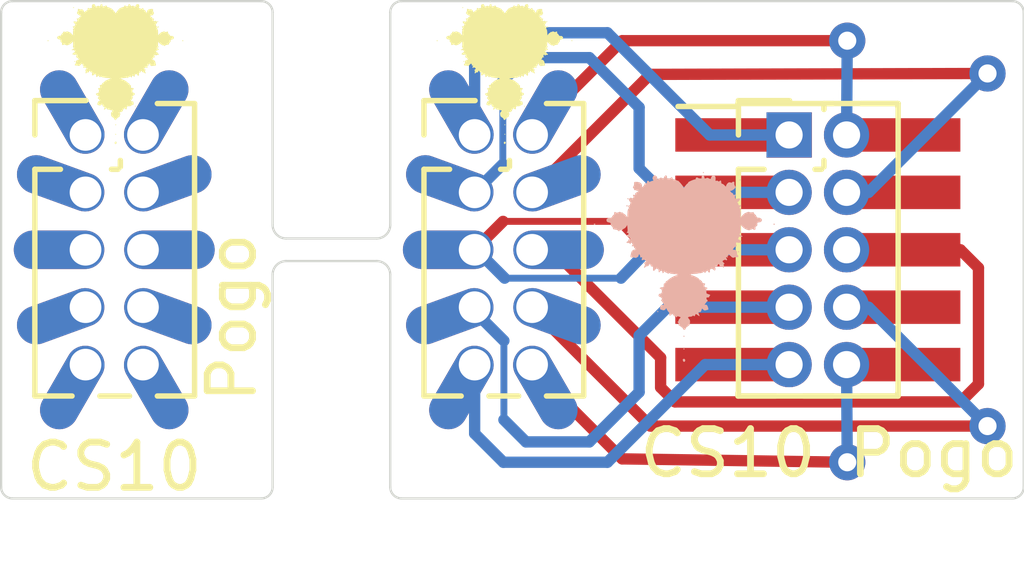
<source format=kicad_pcb>
(kicad_pcb (version 20171130) (host pcbnew "(5.1.6)-1")

  (general
    (thickness 1.6)
    (drawings 27)
    (tracks 67)
    (zones 0)
    (modules 6)
    (nets 21)
  )

  (page A4)
  (layers
    (0 F.Cu signal)
    (31 B.Cu signal)
    (32 B.Adhes user)
    (33 F.Adhes user)
    (34 B.Paste user)
    (35 F.Paste user)
    (36 B.SilkS user)
    (37 F.SilkS user)
    (38 B.Mask user)
    (39 F.Mask user)
    (40 Dwgs.User user)
    (41 Cmts.User user)
    (42 Eco1.User user)
    (43 Eco2.User user)
    (44 Edge.Cuts user)
    (45 Margin user)
    (46 B.CrtYd user)
    (47 F.CrtYd user)
    (48 B.Fab user)
    (49 F.Fab user)
  )

  (setup
    (last_trace_width 0.25)
    (user_trace_width 0.1524)
    (user_trace_width 0.2)
    (user_trace_width 1)
    (trace_clearance 0.127)
    (zone_clearance 0.508)
    (zone_45_only no)
    (trace_min 0.1524)
    (via_size 0.8)
    (via_drill 0.4)
    (via_min_size 0.508)
    (via_min_drill 0.254)
    (uvia_size 0.508)
    (uvia_drill 0.254)
    (uvias_allowed no)
    (uvia_min_size 0.508)
    (uvia_min_drill 0.254)
    (edge_width 0.05)
    (segment_width 0.2)
    (pcb_text_width 0.3)
    (pcb_text_size 1.5 1.5)
    (mod_edge_width 0.12)
    (mod_text_size 1 1)
    (mod_text_width 0.15)
    (pad_size 1.524 1.524)
    (pad_drill 0.762)
    (pad_to_mask_clearance 0.05)
    (aux_axis_origin 0 0)
    (visible_elements 7FFFFFFF)
    (pcbplotparams
      (layerselection 0x010fc_ffffffff)
      (usegerberextensions false)
      (usegerberattributes true)
      (usegerberadvancedattributes true)
      (creategerberjobfile true)
      (excludeedgelayer true)
      (linewidth 0.100000)
      (plotframeref false)
      (viasonmask false)
      (mode 1)
      (useauxorigin false)
      (hpglpennumber 1)
      (hpglpenspeed 20)
      (hpglpendiameter 15.000000)
      (psnegative false)
      (psa4output false)
      (plotreference true)
      (plotvalue true)
      (plotinvisibletext false)
      (padsonsilk false)
      (subtractmaskfromsilk false)
      (outputformat 1)
      (mirror false)
      (drillshape 1)
      (scaleselection 1)
      (outputdirectory ""))
  )

  (net 0 "")
  (net 1 /RST)
  (net 2 /TDI)
  (net 3 /TDO)
  (net 4 /TCK)
  (net 5 /TMS)
  (net 6 /VTref)
  (net 7 /GND9)
  (net 8 /GND7)
  (net 9 /GND5)
  (net 10 /GND3)
  (net 11 /1)
  (net 12 /2)
  (net 13 /3)
  (net 14 /4)
  (net 15 /5)
  (net 16 /6)
  (net 17 /7)
  (net 18 /8)
  (net 19 /9)
  (net 20 /10)

  (net_class Default "This is the default net class."
    (clearance 0.127)
    (trace_width 0.25)
    (via_dia 0.8)
    (via_drill 0.4)
    (uvia_dia 0.508)
    (uvia_drill 0.254)
    (add_net /1)
    (add_net /10)
    (add_net /2)
    (add_net /3)
    (add_net /4)
    (add_net /5)
    (add_net /6)
    (add_net /7)
    (add_net /8)
    (add_net /9)
    (add_net /GND3)
    (add_net /GND5)
    (add_net /GND7)
    (add_net /GND9)
    (add_net /RST)
    (add_net /TCK)
    (add_net /TDI)
    (add_net /TDO)
    (add_net /TMS)
    (add_net /VTref)
  )

  (module JohnAdriaan:Mandel_tiny (layer B.Cu) (tedit 0) (tstamp 5F47C463)
    (at 146.4 80.9 90)
    (fp_text reference G*** (at 0 0 270) (layer B.SilkS) hide
      (effects (font (size 1.524 1.524) (thickness 0.3)) (justify mirror))
    )
    (fp_text value LOGO (at 0.75 0 270) (layer B.SilkS) hide
      (effects (font (size 1.524 1.524) (thickness 0.3)) (justify mirror))
    )
    (fp_poly (pts (xy 0.970139 -1.874132) (xy 0.972118 -1.893757) (xy 0.970139 -1.896181) (xy 0.960308 -1.893911)
      (xy 0.959115 -1.885156) (xy 0.965165 -1.871545) (xy 0.970139 -1.874132)) (layer B.SilkS) (width 0.01))
    (fp_poly (pts (xy 1.088142 1.792487) (xy 1.104094 1.759266) (xy 1.104869 1.73323) (xy 1.110367 1.701806)
      (xy 1.137858 1.687634) (xy 1.166506 1.674581) (xy 1.174089 1.661914) (xy 1.186191 1.645246)
      (xy 1.20569 1.637109) (xy 1.228747 1.624308) (xy 1.224356 1.604927) (xy 1.21915 1.568804)
      (xy 1.225617 1.550842) (xy 1.233395 1.517139) (xy 1.229062 1.500342) (xy 1.214826 1.465166)
      (xy 1.212764 1.455208) (xy 1.198689 1.429689) (xy 1.167745 1.395545) (xy 1.154421 1.383482)
      (xy 1.099675 1.336561) (xy 1.178223 1.34226) (xy 1.223911 1.342843) (xy 1.252237 1.337944)
      (xy 1.256771 1.333413) (xy 1.266727 1.329689) (xy 1.279645 1.33785) (xy 1.300883 1.346823)
      (xy 1.313062 1.329356) (xy 1.323257 1.311507) (xy 1.338857 1.316513) (xy 1.355782 1.330997)
      (xy 1.378805 1.350093) (xy 1.384307 1.344657) (xy 1.380973 1.323845) (xy 1.382028 1.296849)
      (xy 1.393928 1.294295) (xy 1.419127 1.288405) (xy 1.434012 1.274759) (xy 1.450082 1.261316)
      (xy 1.454683 1.267271) (xy 1.467614 1.2894) (xy 1.493158 1.310905) (xy 1.520362 1.326438)
      (xy 1.529657 1.320086) (xy 1.530255 1.300405) (xy 1.524145 1.26267) (xy 1.517224 1.246132)
      (xy 1.519452 1.229001) (xy 1.542302 1.21723) (xy 1.573439 1.213444) (xy 1.600527 1.220272)
      (xy 1.607685 1.226873) (xy 1.616398 1.233686) (xy 1.612274 1.211295) (xy 1.610155 1.18218)
      (xy 1.628703 1.174088) (xy 1.648017 1.168153) (xy 1.648058 1.161686) (xy 1.654294 1.144255)
      (xy 1.679841 1.119809) (xy 1.706166 1.102283) (xy 1.712394 1.106075) (xy 1.709535 1.115431)
      (xy 1.713077 1.143831) (xy 1.734576 1.181398) (xy 1.739991 1.188167) (xy 1.76842 1.218175)
      (xy 1.788811 1.22496) (xy 1.811079 1.213139) (xy 1.847898 1.198798) (xy 1.871887 1.19993)
      (xy 1.896829 1.198782) (xy 1.901693 1.183471) (xy 1.893372 1.160755) (xy 1.885689 1.157552)
      (xy 1.877802 1.144621) (xy 1.883451 1.120345) (xy 1.886863 1.084386) (xy 1.863851 1.054199)
      (xy 1.829006 1.031932) (xy 1.804078 1.024738) (xy 1.792143 1.018978) (xy 1.805593 1.000236)
      (xy 1.820137 0.986777) (xy 1.847061 0.956237) (xy 1.856395 0.931391) (xy 1.855966 0.929422)
      (xy 1.86458 0.914174) (xy 1.894071 0.909505) (xy 1.924204 0.907127) (xy 1.926357 0.895848)
      (xy 1.91612 0.882011) (xy 1.903102 0.85769) (xy 1.91234 0.848145) (xy 1.924025 0.829493)
      (xy 1.92259 0.808638) (xy 1.920713 0.785775) (xy 1.938105 0.78225) (xy 1.956929 0.786296)
      (xy 1.997951 0.786523) (xy 2.029373 0.770222) (xy 2.043049 0.744376) (xy 2.034426 0.719868)
      (xy 2.001872 0.697151) (xy 1.983248 0.69139) (xy 1.962656 0.684942) (xy 1.961937 0.668787)
      (xy 1.9752 0.640788) (xy 1.988207 0.609543) (xy 1.987562 0.595386) (xy 1.986914 0.595312)
      (xy 1.975973 0.581423) (xy 1.972456 0.56318) (xy 1.978468 0.539745) (xy 1.991093 0.539128)
      (xy 2.01805 0.534919) (xy 2.031757 0.523582) (xy 2.0418 0.502135) (xy 2.024646 0.489703)
      (xy 1.993608 0.485499) (xy 1.982993 0.48868) (xy 1.973571 0.482997) (xy 1.971321 0.457951)
      (xy 1.975307 0.426242) (xy 1.984593 0.40057) (xy 1.989927 0.39459) (xy 1.997179 0.37585)
      (xy 1.986223 0.357636) (xy 1.966867 0.356135) (xy 1.966696 0.35624) (xy 1.954134 0.351057)
      (xy 1.951302 0.335201) (xy 1.946054 0.310466) (xy 1.933032 0.274495) (xy 1.916318 0.236135)
      (xy 1.899998 0.204233) (xy 1.888153 0.187635) (xy 1.884654 0.190807) (xy 1.877746 0.19196)
      (xy 1.866665 0.176641) (xy 1.840926 0.147808) (xy 1.801434 0.117534) (xy 1.796888 0.114691)
      (xy 1.769608 0.094576) (xy 1.765211 0.083205) (xy 1.769401 0.082302) (xy 1.789635 0.073338)
      (xy 1.821944 0.051032) (xy 1.859084 0.021539) (xy 1.89381 -0.008982) (xy 1.918877 -0.034373)
      (xy 1.92704 -0.048479) (xy 1.924607 -0.04961) (xy 1.922785 -0.058688) (xy 1.931459 -0.069453)
      (xy 1.947479 -0.10113) (xy 1.951302 -0.127331) (xy 1.960552 -0.158089) (xy 1.976107 -0.165365)
      (xy 1.998113 -0.174294) (xy 2.000912 -0.181901) (xy 1.989748 -0.197971) (xy 1.986307 -0.198438)
      (xy 1.976532 -0.212735) (xy 1.97367 -0.246612) (xy 1.978283 -0.278451) (xy 1.986651 -0.287978)
      (xy 1.986783 -0.2879) (xy 2.009991 -0.287107) (xy 2.024646 -0.291266) (xy 2.041963 -0.305201)
      (xy 2.032382 -0.324392) (xy 2.005094 -0.344265) (xy 1.992082 -0.347266) (xy 1.975465 -0.358987)
      (xy 1.979472 -0.388901) (xy 1.98995 -0.409278) (xy 1.992067 -0.427381) (xy 1.984375 -0.429948)
      (xy 1.97321 -0.439717) (xy 1.975401 -0.445342) (xy 1.973327 -0.46658) (xy 1.968108 -0.471123)
      (xy 1.951546 -0.490934) (xy 1.962311 -0.503263) (xy 1.980241 -0.502104) (xy 2.011939 -0.509346)
      (xy 2.030937 -0.529973) (xy 2.043748 -0.559271) (xy 2.032509 -0.579503) (xy 2.022904 -0.587056)
      (xy 1.983701 -0.599652) (xy 1.965027 -0.593808) (xy 1.933036 -0.580264) (xy 1.920106 -0.588487)
      (xy 1.918229 -0.608542) (xy 1.90776 -0.645223) (xy 1.898386 -0.658151) (xy 1.888322 -0.675137)
      (xy 1.896616 -0.677995) (xy 1.918204 -0.691091) (xy 1.923058 -0.699799) (xy 1.917654 -0.717187)
      (xy 1.895888 -0.72047) (xy 1.868809 -0.727495) (xy 1.865592 -0.749934) (xy 1.864202 -0.771515)
      (xy 1.857324 -0.772735) (xy 1.837436 -0.77756) (xy 1.807406 -0.79984) (xy 1.805025 -0.802081)
      (xy 1.766235 -0.839225) (xy 1.808273 -0.839225) (xy 1.856321 -0.851027) (xy 1.88547 -0.88786)
      (xy 1.897279 -0.948568) (xy 1.897678 -0.989483) (xy 1.889531 -1.005389) (xy 1.86941 -1.004139)
      (xy 1.831787 -1.006673) (xy 1.803544 -1.019758) (xy 1.777736 -1.032233) (xy 1.769401 -1.026198)
      (xy 1.755843 -1.011164) (xy 1.74184 -1.008724) (xy 1.723686 -1.003731) (xy 1.725161 -0.997843)
      (xy 1.72566 -0.977943) (xy 1.717798 -0.964981) (xy 1.707264 -0.931911) (xy 1.710052 -0.915645)
      (xy 1.714261 -0.897637) (xy 1.699901 -0.905475) (xy 1.696006 -0.90866) (xy 1.669587 -0.9422)
      (xy 1.661708 -0.959764) (xy 1.643167 -0.981869) (xy 1.625337 -0.980286) (xy 1.606794 -0.978831)
      (xy 1.606784 -1.000543) (xy 1.608346 -1.00688) (xy 1.612297 -1.031656) (xy 1.601293 -1.02955)
      (xy 1.594467 -1.024181) (xy 1.565866 -1.014858) (xy 1.541404 -1.026175) (xy 1.531685 -1.049492)
      (xy 1.539712 -1.068796) (xy 1.549949 -1.087464) (xy 1.53894 -1.091406) (xy 1.527181 -1.101385)
      (xy 1.529623 -1.107943) (xy 1.530244 -1.122467) (xy 1.511779 -1.123404) (xy 1.484395 -1.112592)
      (xy 1.461853 -1.095688) (xy 1.437017 -1.078432) (xy 1.42653 -1.086491) (xy 1.408396 -1.098328)
      (xy 1.39355 -1.095935) (xy 1.375779 -1.094291) (xy 1.378351 -1.10399) (xy 1.377522 -1.1275)
      (xy 1.370947 -1.133723) (xy 1.347367 -1.132714) (xy 1.339536 -1.124614) (xy 1.325195 -1.113107)
      (xy 1.312446 -1.126629) (xy 1.28742 -1.142536) (xy 1.245405 -1.151216) (xy 1.240235 -1.1515)
      (xy 1.187061 -1.153765) (xy 1.141016 -1.156074) (xy 1.099675 -1.158432) (xy 1.14515 -1.186627)
      (xy 1.176724 -1.212118) (xy 1.190596 -1.235027) (xy 1.190625 -1.235796) (xy 1.202012 -1.255207)
      (xy 1.208931 -1.256771) (xy 1.220218 -1.268711) (xy 1.218128 -1.280507) (xy 1.219541 -1.304497)
      (xy 1.226998 -1.310237) (xy 1.235811 -1.325456) (xy 1.224922 -1.353703) (xy 1.213702 -1.391597)
      (xy 1.222407 -1.412312) (xy 1.232078 -1.437512) (xy 1.215822 -1.447917) (xy 1.197277 -1.444032)
      (xy 1.177054 -1.445829) (xy 1.174089 -1.453794) (xy 1.160637 -1.473635) (xy 1.13251 -1.491399)
      (xy 1.102449 -1.513488) (xy 1.100803 -1.541447) (xy 1.099835 -1.57896) (xy 1.090748 -1.596562)
      (xy 1.06869 -1.61645) (xy 1.043177 -1.614793) (xy 1.029395 -1.609621) (xy 1.013411 -1.588477)
      (xy 1.008724 -1.561317) (xy 0.996815 -1.528773) (xy 0.967938 -1.519801) (xy 0.951558 -1.525488)
      (xy 0.937293 -1.517303) (xy 0.921988 -1.499516) (xy 0.894919 -1.477671) (xy 0.875801 -1.474712)
      (xy 0.857896 -1.467887) (xy 0.852598 -1.433874) (xy 0.852646 -1.430404) (xy 0.845285 -1.388086)
      (xy 0.827841 -1.36065) (xy 0.81222 -1.344634) (xy 0.824618 -1.339979) (xy 0.840211 -1.327027)
      (xy 0.838568 -1.30638) (xy 0.837203 -1.27999) (xy 0.843793 -1.273307) (xy 0.859312 -1.259684)
      (xy 0.868185 -1.240168) (xy 0.889876 -1.208415) (xy 0.923043 -1.182952) (xy 0.967383 -1.158876)
      (xy 0.926042 -1.156986) (xy 0.874942 -1.152269) (xy 0.844549 -1.14771) (xy 0.80888 -1.149636)
      (xy 0.791059 -1.161341) (xy 0.780327 -1.170215) (xy 0.777467 -1.152206) (xy 0.766891 -1.129216)
      (xy 0.748275 -1.128383) (xy 0.725837 -1.142783) (xy 0.72347 -1.1544) (xy 0.716939 -1.172659)
      (xy 0.711068 -1.174089) (xy 0.697068 -1.160432) (xy 0.694531 -1.144994) (xy 0.681633 -1.113924)
      (xy 0.661459 -1.095244) (xy 0.636697 -1.083485) (xy 0.628831 -1.09593) (xy 0.628386 -1.108779)
      (xy 0.622 -1.131701) (xy 0.611732 -1.132675) (xy 0.592826 -1.136241) (xy 0.585158 -1.148236)
      (xy 0.569248 -1.170754) (xy 0.56099 -1.174089) (xy 0.553691 -1.16178) (xy 0.5569 -1.147615)
      (xy 0.554279 -1.117635) (xy 0.543979 -1.106527) (xy 0.531113 -1.094319) (xy 0.541569 -1.09166)
      (xy 0.559692 -1.078019) (xy 0.56224 -1.065626) (xy 0.554223 -1.04851) (xy 0.545703 -1.050065)
      (xy 0.53053 -1.047653) (xy 0.529167 -1.040748) (xy 0.521474 -1.031351) (xy 0.501266 -1.043906)
      (xy 0.481412 -1.057678) (xy 0.481015 -1.046767) (xy 0.484741 -1.036281) (xy 0.487299 -1.013559)
      (xy 0.475764 -1.012745) (xy 0.450985 -1.006649) (xy 0.424888 -0.985188) (xy 0.394363 -0.950847)
      (xy 0.401837 -0.986134) (xy 0.395171 -1.023974) (xy 0.36686 -1.056552) (xy 0.337517 -1.069461)
      (xy 0.310827 -1.075354) (xy 0.27774 -1.083389) (xy 0.246753 -1.087865) (xy 0.235724 -1.073771)
      (xy 0.235022 -1.045706) (xy 0.232299 -1.004014) (xy 0.224715 -0.978034) (xy 0.224428 -0.961168)
      (xy 0.231511 -0.959115) (xy 0.242446 -0.949111) (xy 0.240078 -0.943063) (xy 0.246489 -0.928197)
      (xy 0.274785 -0.915811) (xy 0.304651 -0.906368) (xy 0.305512 -0.895788) (xy 0.289562 -0.882783)
      (xy 0.259181 -0.869565) (xy 0.242801 -0.871407) (xy 0.233131 -0.869209) (xy 0.237156 -0.852501)
      (xy 0.240529 -0.832447) (xy 0.222927 -0.830073) (xy 0.205732 -0.833858) (xy 0.176609 -0.838654)
      (xy 0.172773 -0.828645) (xy 0.178574 -0.81682) (xy 0.18285 -0.783079) (xy 0.167867 -0.758424)
      (xy 0.147329 -0.738071) (xy 0.133535 -0.744086) (xy 0.12101 -0.7649) (xy 0.105967 -0.785308)
      (xy 0.099805 -0.781452) (xy 0.086506 -0.767039) (xy 0.054785 -0.768558) (xy 0.016537 -0.784669)
      (xy 0.00592 -0.787111) (xy 0.019344 -0.767964) (xy 0.022291 -0.764562) (xy 0.041329 -0.734009)
      (xy 0.042721 -0.7133) (xy 0.047751 -0.696368) (xy 0.066777 -0.686063) (xy 0.089833 -0.673402)
      (xy 0.083642 -0.654414) (xy 0.081679 -0.651982) (xy 0.058182 -0.636929) (xy 0.04663 -0.638495)
      (xy 0.036057 -0.633767) (xy 0.036101 -0.617643) (xy 0.033254 -0.596223) (xy 0.009411 -0.587943)
      (xy -0.012402 -0.587213) (xy -0.052795 -0.585603) (xy -0.062611 -0.576676) (xy -0.043875 -0.554816)
      (xy -0.028939 -0.541282) (xy -0.005948 -0.514588) (xy -0.012196 -0.500837) (xy -0.012505 -0.500723)
      (xy -0.025924 -0.485225) (xy -0.023932 -0.478145) (xy -0.030962 -0.467351) (xy -0.060062 -0.463021)
      (xy -0.090449 -0.461519) (xy -0.091244 -0.453586) (xy -0.075048 -0.440725) (xy -0.055707 -0.413408)
      (xy -0.064973 -0.389553) (xy -0.09606 -0.379813) (xy -0.113616 -0.376963) (xy -0.104983 -0.365209)
      (xy -0.092546 -0.355463) (xy -0.071849 -0.336503) (xy -0.077843 -0.325674) (xy -0.087368 -0.321548)
      (xy -0.105477 -0.301737) (xy -0.104673 -0.28802) (xy -0.108049 -0.267549) (xy -0.11812 -0.26433)
      (xy -0.130549 -0.260472) (xy -0.115755 -0.248047) (xy -0.10302 -0.234864) (xy -0.108666 -0.231764)
      (xy -0.119307 -0.216653) (xy -0.127449 -0.177977) (xy -0.130283 -0.144694) (xy -0.135288 -0.092505)
      (xy -0.14383 -0.053874) (xy -0.149774 -0.042168) (xy -0.162713 -0.039984) (xy -0.165364 -0.055229)
      (xy -0.174348 -0.093281) (xy -0.196956 -0.145076) (xy -0.226673 -0.198127) (xy -0.256984 -0.239942)
      (xy -0.266955 -0.249987) (xy -0.290784 -0.278061) (xy -0.297656 -0.296438) (xy -0.307808 -0.307992)
      (xy -0.315306 -0.305237) (xy -0.332789 -0.309427) (xy -0.341376 -0.32653) (xy -0.357525 -0.350178)
      (xy -0.389872 -0.351071) (xy -0.422218 -0.351966) (xy -0.432015 -0.370143) (xy -0.436186 -0.409666)
      (xy -0.44271 -0.428783) (xy -0.450618 -0.436838) (xy -0.457184 -0.438819) (xy -0.45554 -0.436248)
      (xy -0.459061 -0.417761) (xy -0.46916 -0.40491) (xy -0.495202 -0.393221) (xy -0.529792 -0.392119)
      (xy -0.560362 -0.399817) (xy -0.574341 -0.414529) (xy -0.573539 -0.419744) (xy -0.576163 -0.446469)
      (xy -0.596708 -0.46386) (xy -0.6218 -0.462112) (xy -0.626338 -0.458453) (xy -0.64314 -0.430421)
      (xy -0.644922 -0.420301) (xy -0.658744 -0.400799) (xy -0.677995 -0.392084) (xy -0.704862 -0.392653)
      (xy -0.711321 -0.402557) (xy -0.717292 -0.411738) (xy -0.723723 -0.405143) (xy -0.74562 -0.385995)
      (xy -0.779445 -0.36423) (xy -0.809799 -0.349269) (xy -0.81833 -0.347266) (xy -0.824947 -0.359083)
      (xy -0.824864 -0.359668) (xy -0.825691 -0.400613) (xy -0.840522 -0.423346) (xy -0.847493 -0.425089)
      (xy -0.882421 -0.429741) (xy -0.892217 -0.431979) (xy -0.914864 -0.426589) (xy -0.919089 -0.417546)
      (xy -0.923951 -0.395348) (xy -0.92524 -0.392741) (xy -0.934949 -0.359421) (xy -0.922003 -0.327219)
      (xy -0.906197 -0.316205) (xy -0.886661 -0.306609) (xy -0.891196 -0.296348) (xy -0.922856 -0.279306)
      (xy -0.925163 -0.278186) (xy -0.960087 -0.257493) (xy -0.977177 -0.239939) (xy -0.977529 -0.237948)
      (xy -0.991137 -0.22871) (xy -1.017686 -0.228551) (xy -1.046401 -0.227879) (xy -1.049661 -0.211997)
      (xy -1.048227 -0.20788) (xy -1.03232 -0.185286) (xy -1.02401 -0.181901) (xy -1.016433 -0.169709)
      (xy -1.01928 -0.157097) (xy -1.040646 -0.13511) (xy -1.05281 -0.132292) (xy -1.068003 -0.123047)
      (xy -1.065459 -0.113907) (xy -1.067019 -0.09079) (xy -1.076885 -0.081087) (xy -1.089181 -0.068896)
      (xy -1.079523 -0.066399) (xy -1.065981 -0.053888) (xy -1.06712 -0.041341) (xy -1.07942 -0.002027)
      (xy -1.082763 0.008643) (xy -1.092159 0.022805) (xy -1.109963 0.013718) (xy -1.124707 -0.000228)
      (xy -1.153897 -0.021605) (xy -1.174692 -0.024432) (xy -1.189132 -0.02772) (xy -1.190878 -0.036231)
      (xy -1.194623 -0.048416) (xy -1.205746 -0.034798) (xy -1.231358 -0.019936) (xy -1.246833 -0.021876)
      (xy -1.269375 -0.02073) (xy -1.273307 -0.007749) (xy -1.282402 0.013922) (xy -1.289844 0.016536)
      (xy -1.304835 0.029786) (xy -1.30638 0.039412) (xy -1.320289 0.061312) (xy -1.341195 0.071393)
      (xy -1.364987 0.088104) (xy -1.365729 0.110217) (xy -1.344256 0.123624) (xy -1.338075 0.124023)
      (xy -1.314784 0.137448) (xy -1.291912 0.169499) (xy -1.26774 0.202195) (xy -1.242303 0.216239)
      (xy -1.201166 0.220598) (xy -1.187584 0.222884) (xy -1.155987 0.215763) (xy -1.131631 0.197204)
      (xy -1.102198 0.175276) (xy -1.08294 0.184449) (xy -1.07501 0.224006) (xy -1.07487 0.232486)
      (xy -1.069398 0.266885) (xy -1.056308 0.28112) (xy -1.046415 0.287788) (xy -1.056657 0.303905)
      (xy -1.064866 0.323295) (xy -1.044093 0.334891) (xy -1.040954 0.335741) (xy -1.018246 0.344053)
      (xy -1.01698 0.358469) (xy -1.034513 0.387788) (xy -1.062685 0.430784) (xy -1.019168 0.414238)
      (xy -0.984705 0.407075) (xy -0.972024 0.423566) (xy -0.973596 0.450328) (xy -0.961127 0.462842)
      (xy -0.934213 0.472791) (xy -0.900172 0.485062) (xy -0.897544 0.500285) (xy -0.92046 0.520818)
      (xy -0.939121 0.548975) (xy -0.934371 0.57225) (xy -0.924582 0.604461) (xy -0.924068 0.617939)
      (xy -0.914383 0.625366) (xy -0.887085 0.621916) (xy -0.854396 0.610984) (xy -0.828537 0.595965)
      (xy -0.823028 0.589867) (xy -0.816922 0.558166) (xy -0.81944 0.54663) (xy -0.817392 0.536954)
      (xy -0.795265 0.552623) (xy -0.792725 0.554898) (xy -0.763755 0.578121) (xy -0.746538 0.587044)
      (xy -0.73963 0.598138) (xy -0.740006 0.599446) (xy -0.731857 0.6114) (xy -0.727604 0.611849)
      (xy -0.711524 0.601866) (xy -0.711068 0.598831) (xy -0.697076 0.587357) (xy -0.676301 0.583195)
      (xy -0.650778 0.587755) (xy -0.64973 0.611903) (xy -0.649949 0.612749) (xy -0.648393 0.639567)
      (xy -0.636483 0.644922) (xy -0.611543 0.658086) (xy -0.60744 0.665592) (xy -0.599797 0.665809)
      (xy -0.590045 0.640024) (xy -0.588038 0.631732) (xy -0.572586 0.591846) (xy -0.549584 0.581531)
      (xy -0.54835 0.58171) (xy -0.512109 0.578485) (xy -0.500228 0.573253) (xy -0.482165 0.570036)
      (xy -0.479557 0.576031) (xy -0.466424 0.595157) (xy -0.455886 0.600858) (xy -0.438385 0.598789)
      (xy -0.438148 0.57913) (xy -0.431438 0.549445) (xy -0.405832 0.535971) (xy -0.373828 0.544516)
      (xy -0.369974 0.547442) (xy -0.352501 0.555774) (xy -0.347319 0.535988) (xy -0.347265 0.531191)
      (xy -0.340236 0.503247) (xy -0.329548 0.496094) (xy -0.301233 0.483437) (xy -0.274675 0.455543)
      (xy -0.264583 0.430153) (xy -0.255346 0.418481) (xy -0.249987 0.42048) (xy -0.237287 0.411374)
      (xy -0.217799 0.381008) (xy -0.196321 0.339098) (xy -0.177652 0.295363) (xy -0.166588 0.259518)
      (xy -0.165364 0.249115) (xy -0.153413 0.232203) (xy -0.148828 0.23151) (xy -0.137894 0.246131)
      (xy -0.131523 0.28238) (xy -0.131026 0.293522) (xy -0.127981 0.344263) (xy -0.122233 0.385496)
      (xy -0.12151 0.388607) (xy -0.114095 0.432267) (xy -0.111411 0.463021) (xy -0.100153 0.503032)
      (xy -0.083719 0.524506) (xy -0.067349 0.540288) (xy -0.080247 0.54492) (xy -0.088648 0.545177)
      (xy -0.106934 0.547999) (xy -0.101233 0.559548) (xy -0.08038 0.577547) (xy -0.055253 0.600547)
      (xy -0.054983 0.612946) (xy -0.07028 0.620658) (xy -0.092118 0.635903) (xy -0.099981 0.65278)
      (xy -0.088959 0.65976) (xy -0.086816 0.6595) (xy -0.050597 0.658696) (xy -0.026583 0.666362)
      (xy -0.023932 0.676582) (xy -0.021105 0.694745) (xy -0.015917 0.697494) (xy -0.013138 0.711735)
      (xy -0.031082 0.738193) (xy -0.031424 0.738561) (xy -0.053098 0.763948) (xy -0.052146 0.775502)
      (xy -0.03354 0.781883) (xy 0.0009 0.780277) (xy 0.015142 0.771993) (xy 0.030801 0.767758)
      (xy 0.037003 0.790609) (xy 0.035367 0.813413) (xy 0.047539 0.826794) (xy 0.067353 0.835474)
      (xy 0.090006 0.848111) (xy 0.083324 0.867346) (xy 0.081679 0.869373) (xy 0.05878 0.884794)
      (xy 0.047925 0.883659) (xy 0.039912 0.887406) (xy 0.042482 0.898246) (xy 0.039095 0.927156)
      (xy 0.024036 0.949253) (xy 0.008205 0.967419) (xy 0.015688 0.972257) (xy 0.049148 0.967464)
      (xy 0.084495 0.964224) (xy 0.093289 0.973086) (xy 0.09095 0.979327) (xy 0.092235 0.984002)
      (xy 0.109935 0.966818) (xy 0.111947 0.964564) (xy 0.135959 0.940702) (xy 0.152229 0.94099)
      (xy 0.168918 0.958089) (xy 0.184865 0.993712) (xy 0.178913 1.014651) (xy 0.173407 1.037351)
      (xy 0.187701 1.039674) (xy 0.210309 1.023311) (xy 0.229506 1.016772) (xy 0.25055 1.03966)
      (xy 0.250667 1.039847) (xy 0.276201 1.066837) (xy 0.296344 1.07487) (xy 0.301203 1.083936)
      (xy 0.28214 1.108139) (xy 0.268888 1.120636) (xy 0.235851 1.155973) (xy 0.22854 1.1825)
      (xy 0.232341 1.192695) (xy 0.241522 1.230205) (xy 0.240232 1.254416) (xy 0.243155 1.283804)
      (xy 0.257265 1.289844) (xy 0.278638 1.279556) (xy 0.28112 1.271379) (xy 0.294723 1.259728)
      (xy 0.319203 1.260195) (xy 0.363113 1.254905) (xy 0.390734 1.223876) (xy 0.396875 1.190551)
      (xy 0.398652 1.167739) (xy 0.409781 1.166777) (xy 0.437697 1.185719) (xy 0.467006 1.213784)
      (xy 0.479038 1.238125) (xy 0.486408 1.251738) (xy 0.500228 1.244303) (xy 0.531478 1.23576)
      (xy 0.552874 1.239425) (xy 0.57166 1.252525) (xy 0.568033 1.261458) (xy 0.558184 1.283556)
      (xy 0.558365 1.320552) (xy 0.564742 1.35346) (xy 0.575284 1.357411) (xy 0.596949 1.337816)
      (xy 0.620552 1.30788) (xy 0.628386 1.287819) (xy 0.634883 1.277721) (xy 0.650578 1.287675)
      (xy 0.674691 1.298165) (xy 0.683651 1.295212) (xy 0.691402 1.301359) (xy 0.695097 1.331237)
      (xy 0.695117 1.332563) (xy 0.695703 1.380794) (xy 0.717196 1.342043) (xy 0.734753 1.315829)
      (xy 0.75056 1.316667) (xy 0.76622 1.330821) (xy 0.786981 1.346897) (xy 0.79374 1.344768)
      (xy 0.808565 1.338149) (xy 0.846594 1.335855) (xy 0.878639 1.337064) (xy 0.963548 1.342944)
      (xy 0.92031 1.378405) (xy 0.885052 1.416439) (xy 0.856994 1.462753) (xy 0.839962 1.508139)
      (xy 0.837785 1.543386) (xy 0.846269 1.556575) (xy 0.858025 1.568534) (xy 0.853737 1.57071)
      (xy 0.850519 1.581012) (xy 0.859896 1.595768) (xy 0.870965 1.616316) (xy 0.861921 1.620573)
      (xy 0.845813 1.634065) (xy 0.84336 1.647306) (xy 0.852926 1.66633) (xy 0.87826 1.664913)
      (xy 0.909365 1.666431) (xy 0.920867 1.685254) (xy 0.937897 1.706853) (xy 0.968649 1.70706)
      (xy 0.998563 1.706622) (xy 1.008267 1.72741) (xy 1.008724 1.740644) (xy 1.017947 1.780562)
      (xy 1.033068 1.802091) (xy 1.061649 1.809464) (xy 1.088142 1.792487)) (layer B.SilkS) (width 0.01))
    (fp_poly (pts (xy 1.383551 -1.163064) (xy 1.381281 -1.172895) (xy 1.372526 -1.174089) (xy 1.358915 -1.168038)
      (xy 1.361502 -1.163064) (xy 1.381127 -1.161085) (xy 1.383551 -1.163064)) (layer B.SilkS) (width 0.01))
    (fp_poly (pts (xy 1.537891 -1.149284) (xy 1.529623 -1.157552) (xy 1.521354 -1.149284) (xy 1.529623 -1.141016)
      (xy 1.537891 -1.149284)) (layer B.SilkS) (width 0.01))
    (fp_poly (pts (xy -0.959114 -0.487826) (xy -0.967383 -0.496094) (xy -0.975651 -0.487826) (xy -0.967383 -0.479557)
      (xy -0.959114 -0.487826)) (layer B.SilkS) (width 0.01))
    (fp_poly (pts (xy -2.020205 0.102497) (xy -2.017448 0.09095) (xy -2.02361 0.070495) (xy -2.047041 0.071308)
      (xy -2.063026 0.077132) (xy -2.076094 0.092585) (xy -2.065202 0.109266) (xy -2.041277 0.115755)
      (xy -2.020205 0.102497)) (layer B.SilkS) (width 0.01))
    (fp_poly (pts (xy -1.785937 0.09095) (xy -1.794206 0.082682) (xy -1.802474 0.09095) (xy -1.794206 0.099219)
      (xy -1.785937 0.09095)) (layer B.SilkS) (width 0.01))
    (fp_poly (pts (xy -1.504818 0.09095) (xy -1.513086 0.082682) (xy -1.521354 0.09095) (xy -1.513086 0.099219)
      (xy -1.504818 0.09095)) (layer B.SilkS) (width 0.01))
    (fp_poly (pts (xy 2.116667 0.520898) (xy 2.108399 0.51263) (xy 2.10013 0.520898) (xy 2.108399 0.529166)
      (xy 2.116667 0.520898)) (layer B.SilkS) (width 0.01))
    (fp_poly (pts (xy 0.248047 1.050065) (xy 0.239779 1.041797) (xy 0.231511 1.050065) (xy 0.239779 1.058333)
      (xy 0.248047 1.050065)) (layer B.SilkS) (width 0.01))
    (fp_poly (pts (xy 0.363802 1.298112) (xy 0.355534 1.289844) (xy 0.347266 1.298112) (xy 0.355534 1.30638)
      (xy 0.363802 1.298112)) (layer B.SilkS) (width 0.01))
    (fp_poly (pts (xy 1.951302 1.331185) (xy 1.943034 1.322916) (xy 1.934766 1.331185) (xy 1.943034 1.339453)
      (xy 1.951302 1.331185)) (layer B.SilkS) (width 0.01))
    (fp_poly (pts (xy 0.970139 2.094618) (xy 0.972118 2.074993) (xy 0.970139 2.072569) (xy 0.960308 2.074839)
      (xy 0.959115 2.083594) (xy 0.965165 2.097205) (xy 0.970139 2.094618)) (layer B.SilkS) (width 0.01))
  )

  (module JohnAdriaan:Mandel_nano (layer F.Cu) (tedit 0) (tstamp 5F47C29B)
    (at 142.6 76.6 90)
    (fp_text reference G*** (at 0 0 90) (layer F.SilkS) hide
      (effects (font (size 1.524 1.524) (thickness 0.3)))
    )
    (fp_text value LOGO (at 0.75 0 90) (layer F.SilkS) hide
      (effects (font (size 1.524 1.524) (thickness 0.3)))
    )
    (fp_poly (pts (xy 0.727604 1.405598) (xy 0.729088 1.420317) (xy 0.727604 1.422135) (xy 0.72023 1.420432)
      (xy 0.719335 1.413867) (xy 0.723873 1.403658) (xy 0.727604 1.405598)) (layer F.SilkS) (width 0.01))
    (fp_poly (pts (xy 0.816106 -1.344366) (xy 0.82807 -1.31945) (xy 0.828651 -1.299923) (xy 0.832774 -1.276355)
      (xy 0.853393 -1.265726) (xy 0.874879 -1.255937) (xy 0.880566 -1.246436) (xy 0.889642 -1.233935)
      (xy 0.904267 -1.227833) (xy 0.921559 -1.218231) (xy 0.918266 -1.203696) (xy 0.914362 -1.176604)
      (xy 0.919212 -1.163132) (xy 0.925046 -1.137855) (xy 0.921796 -1.125257) (xy 0.911119 -1.098875)
      (xy 0.909572 -1.091407) (xy 0.899016 -1.072267) (xy 0.875808 -1.04666) (xy 0.865815 -1.037612)
      (xy 0.824755 -1.002422) (xy 0.883666 -1.006696) (xy 0.917933 -1.007133) (xy 0.939177 -1.003458)
      (xy 0.942578 -1.000061) (xy 0.950045 -0.997267) (xy 0.959733 -1.003388) (xy 0.975662 -1.010118)
      (xy 0.984796 -0.997018) (xy 0.992442 -0.983631) (xy 1.004142 -0.987386) (xy 1.016836 -0.998248)
      (xy 1.034103 -1.012571) (xy 1.03823 -1.008493) (xy 1.035729 -0.992885) (xy 1.036521 -0.972638)
      (xy 1.045445 -0.970722) (xy 1.064344 -0.966304) (xy 1.075508 -0.95607) (xy 1.087561 -0.945988)
      (xy 1.091011 -0.950454) (xy 1.10071 -0.967051) (xy 1.119868 -0.98318) (xy 1.140271 -0.994829)
      (xy 1.147242 -0.990065) (xy 1.147691 -0.975304) (xy 1.143108 -0.947003) (xy 1.137918 -0.9346)
      (xy 1.139588 -0.921751) (xy 1.156726 -0.912923) (xy 1.180079 -0.910084) (xy 1.200395 -0.915204)
      (xy 1.205763 -0.920155) (xy 1.212298 -0.925265) (xy 1.209205 -0.908472) (xy 1.207616 -0.886636)
      (xy 1.221527 -0.880567) (xy 1.236012 -0.876116) (xy 1.236043 -0.871265) (xy 1.24072 -0.858192)
      (xy 1.25988 -0.839858) (xy 1.279624 -0.826713) (xy 1.284295 -0.829557) (xy 1.28215 -0.836574)
      (xy 1.284807 -0.857874) (xy 1.300932 -0.886049) (xy 1.304993 -0.891126) (xy 1.326314 -0.913632)
      (xy 1.341608 -0.918721) (xy 1.358309 -0.909855) (xy 1.385923 -0.899099) (xy 1.403914 -0.899948)
      (xy 1.422621 -0.899087) (xy 1.426269 -0.887604) (xy 1.420028 -0.870567) (xy 1.414266 -0.868165)
      (xy 1.408351 -0.858467) (xy 1.412587 -0.840259) (xy 1.415147 -0.81329) (xy 1.397888 -0.79065)
      (xy 1.371754 -0.773949) (xy 1.353058 -0.768554) (xy 1.344107 -0.764234) (xy 1.354194 -0.750178)
      (xy 1.365102 -0.740083) (xy 1.385295 -0.717178) (xy 1.392296 -0.698544) (xy 1.391974 -0.697067)
      (xy 1.398434 -0.685631) (xy 1.420553 -0.682129) (xy 1.443152 -0.680346) (xy 1.444767 -0.671886)
      (xy 1.437089 -0.661509) (xy 1.427326 -0.643268) (xy 1.434254 -0.63611) (xy 1.443018 -0.62212)
      (xy 1.441942 -0.606479) (xy 1.440534 -0.589332) (xy 1.453578 -0.586688) (xy 1.467696 -0.589723)
      (xy 1.498462 -0.589893) (xy 1.522029 -0.577667) (xy 1.532286 -0.558283) (xy 1.525819 -0.539901)
      (xy 1.501404 -0.522864) (xy 1.487436 -0.518543) (xy 1.471991 -0.513707) (xy 1.471452 -0.501591)
      (xy 1.4814 -0.480591) (xy 1.491155 -0.457158) (xy 1.490671 -0.44654) (xy 1.490185 -0.446485)
      (xy 1.481979 -0.436068) (xy 1.479342 -0.422386) (xy 1.48385 -0.40481) (xy 1.493319 -0.404347)
      (xy 1.513537 -0.40119) (xy 1.523817 -0.392687) (xy 1.53135 -0.376602) (xy 1.518484 -0.367278)
      (xy 1.495205 -0.364125) (xy 1.487244 -0.36651) (xy 1.480177 -0.362248) (xy 1.47849 -0.343464)
      (xy 1.48148 -0.319682) (xy 1.488444 -0.300428) (xy 1.492444 -0.295943) (xy 1.497883 -0.281888)
      (xy 1.489667 -0.268227) (xy 1.47515 -0.267102) (xy 1.475021 -0.267181) (xy 1.4656 -0.263293)
      (xy 1.463476 -0.251402) (xy 1.45954 -0.23285) (xy 1.449773 -0.205872) (xy 1.437238 -0.177102)
      (xy 1.424998 -0.153175) (xy 1.416114 -0.140727) (xy 1.41349 -0.143106) (xy 1.408309 -0.143971)
      (xy 1.399998 -0.132481) (xy 1.380694 -0.110856) (xy 1.351075 -0.088151) (xy 1.347666 -0.086019)
      (xy 1.327206 -0.070933) (xy 1.323908 -0.062405) (xy 1.32705 -0.061727) (xy 1.342225 -0.055004)
      (xy 1.366457 -0.038274) (xy 1.394312 -0.016155) (xy 1.420357 0.006736) (xy 1.439157 0.025779)
      (xy 1.44528 0.036358) (xy 1.443454 0.037207) (xy 1.442088 0.044016) (xy 1.448593 0.052089)
      (xy 1.460608 0.075847) (xy 1.463476 0.095498) (xy 1.470413 0.118566) (xy 1.48208 0.124023)
      (xy 1.498584 0.13072) (xy 1.500683 0.136425) (xy 1.49231 0.148478) (xy 1.489729 0.148828)
      (xy 1.482398 0.159551) (xy 1.480252 0.184959) (xy 1.483712 0.208838) (xy 1.489988 0.215983)
      (xy 1.490087 0.215924) (xy 1.507493 0.21533) (xy 1.518484 0.218449) (xy 1.531471 0.2289)
      (xy 1.524286 0.243294) (xy 1.50382 0.258198) (xy 1.494061 0.260449) (xy 1.481598 0.26924)
      (xy 1.484603 0.291675) (xy 1.492462 0.306958) (xy 1.49405 0.320535) (xy 1.488281 0.32246)
      (xy 1.479907 0.329787) (xy 1.48155 0.334006) (xy 1.479995 0.349934) (xy 1.476081 0.353341)
      (xy 1.463659 0.3682) (xy 1.471733 0.377447) (xy 1.48518 0.376578) (xy 1.508954 0.382009)
      (xy 1.523202 0.397479) (xy 1.53281 0.419452) (xy 1.524381 0.434627) (xy 1.517178 0.440291)
      (xy 1.487775 0.449739) (xy 1.473769 0.445355) (xy 1.449776 0.435197) (xy 1.440079 0.441365)
      (xy 1.438671 0.456406) (xy 1.430819 0.483917) (xy 1.423789 0.493613) (xy 1.416241 0.506352)
      (xy 1.422462 0.508496) (xy 1.438652 0.518318) (xy 1.442293 0.524849) (xy 1.43824 0.537889)
      (xy 1.421916 0.540352) (xy 1.401606 0.545621) (xy 1.399193 0.56245) (xy 1.398151 0.578636)
      (xy 1.392992 0.57955) (xy 1.378076 0.583169) (xy 1.355554 0.599879) (xy 1.353768 0.60156)
      (xy 1.324675 0.629418) (xy 1.356204 0.629418) (xy 1.39224 0.63827) (xy 1.414102 0.665894)
      (xy 1.422959 0.711425) (xy 1.423258 0.742112) (xy 1.417147 0.754041) (xy 1.402057 0.753104)
      (xy 1.373839 0.755004) (xy 1.352657 0.764818) (xy 1.333301 0.774174) (xy 1.32705 0.769648)
      (xy 1.316881 0.758372) (xy 1.30638 0.756542) (xy 1.292764 0.752798) (xy 1.29387 0.748382)
      (xy 1.294245 0.733456) (xy 1.288348 0.723735) (xy 1.280448 0.698933) (xy 1.282538 0.686733)
      (xy 1.285695 0.673227) (xy 1.274925 0.679106) (xy 1.272004 0.681494) (xy 1.252189 0.706649)
      (xy 1.24628 0.719823) (xy 1.232374 0.736401) (xy 1.219002 0.735214) (xy 1.205095 0.734123)
      (xy 1.205088 0.750407) (xy 1.206259 0.755159) (xy 1.209222 0.773741) (xy 1.200969 0.772162)
      (xy 1.19585 0.768135) (xy 1.174399 0.761143) (xy 1.156052 0.76963) (xy 1.148763 0.787119)
      (xy 1.154783 0.801596) (xy 1.162461 0.815597) (xy 1.154204 0.818554) (xy 1.145385 0.826038)
      (xy 1.147216 0.830957) (xy 1.147682 0.84185) (xy 1.133834 0.842553) (xy 1.113296 0.834443)
      (xy 1.096389 0.821766) (xy 1.077762 0.808823) (xy 1.069897 0.814868) (xy 1.056296 0.823745)
      (xy 1.045162 0.821951) (xy 1.031833 0.820718) (xy 1.033763 0.827992) (xy 1.033141 0.845624)
      (xy 1.02821 0.850292) (xy 1.010524 0.849535) (xy 1.004652 0.84346) (xy 0.993896 0.83483)
      (xy 0.984334 0.844971) (xy 0.965564 0.856901) (xy 0.934053 0.863411) (xy 0.930175 0.863624)
      (xy 0.890295 0.865323) (xy 0.855761 0.867055) (xy 0.824755 0.868824) (xy 0.858862 0.88997)
      (xy 0.882542 0.909088) (xy 0.892947 0.92627) (xy 0.892968 0.926847) (xy 0.901508 0.941404)
      (xy 0.906698 0.942578) (xy 0.915163 0.951533) (xy 0.913595 0.96038) (xy 0.914655 0.978372)
      (xy 0.920248 0.982677) (xy 0.926857 0.994091) (xy 0.918691 1.015277) (xy 0.910276 1.043697)
      (xy 0.916805 1.059233) (xy 0.924058 1.078134) (xy 0.911866 1.085937) (xy 0.897957 1.083023)
      (xy 0.88279 1.084371) (xy 0.880566 1.090345) (xy 0.870477 1.105225) (xy 0.849382 1.118548)
      (xy 0.826836 1.135115) (xy 0.825602 1.156085) (xy 0.824876 1.184219) (xy 0.81806 1.197421)
      (xy 0.801517 1.212337) (xy 0.782382 1.211094) (xy 0.772045 1.207215) (xy 0.760058 1.191357)
      (xy 0.756542 1.170987) (xy 0.74761 1.146579) (xy 0.725953 1.13985) (xy 0.713668 1.144116)
      (xy 0.702969 1.137976) (xy 0.69149 1.124637) (xy 0.671189 1.108252) (xy 0.65685 1.106033)
      (xy 0.643421 1.100915) (xy 0.639448 1.075405) (xy 0.639484 1.072802) (xy 0.633963 1.041064)
      (xy 0.62088 1.020487) (xy 0.609164 1.008475) (xy 0.618463 1.004984) (xy 0.630157 0.99527)
      (xy 0.628925 0.979785) (xy 0.627902 0.959992) (xy 0.632844 0.95498) (xy 0.644483 0.944763)
      (xy 0.651138 0.930125) (xy 0.667407 0.906311) (xy 0.692282 0.887213) (xy 0.725537 0.869157)
      (xy 0.694531 0.867739) (xy 0.656206 0.864201) (xy 0.633411 0.860782) (xy 0.606659 0.862226)
      (xy 0.593293 0.871005) (xy 0.585245 0.877661) (xy 0.5831 0.864154) (xy 0.575167 0.846912)
      (xy 0.561206 0.846287) (xy 0.544377 0.857087) (xy 0.542602 0.8658) (xy 0.537704 0.879493)
      (xy 0.5333 0.880566) (xy 0.522801 0.870323) (xy 0.520898 0.858745) (xy 0.511224 0.835442)
      (xy 0.496093 0.821432) (xy 0.477522 0.812613) (xy 0.471623 0.821947) (xy 0.471289 0.831583)
      (xy 0.466499 0.848775) (xy 0.458799 0.849506) (xy 0.444619 0.85218) (xy 0.438868 0.861176)
      (xy 0.426935 0.878065) (xy 0.420742 0.880566) (xy 0.415267 0.871334) (xy 0.417674 0.860711)
      (xy 0.415709 0.838226) (xy 0.407983 0.829895) (xy 0.398334 0.820739) (xy 0.406176 0.818744)
      (xy 0.419768 0.808514) (xy 0.421679 0.799219) (xy 0.415667 0.786382) (xy 0.409277 0.787548)
      (xy 0.397897 0.785739) (xy 0.396875 0.780561) (xy 0.391105 0.773512) (xy 0.375949 0.782929)
      (xy 0.361058 0.793258) (xy 0.360761 0.785075) (xy 0.363555 0.77721) (xy 0.365474 0.760169)
      (xy 0.356823 0.759558) (xy 0.338238 0.754986) (xy 0.318665 0.73889) (xy 0.295771 0.713134)
      (xy 0.301377 0.7396) (xy 0.296378 0.76798) (xy 0.275144 0.792414) (xy 0.253137 0.802095)
      (xy 0.23312 0.806515) (xy 0.208304 0.812541) (xy 0.185064 0.815898) (xy 0.176793 0.805328)
      (xy 0.176266 0.784279) (xy 0.174223 0.75301) (xy 0.168536 0.733525) (xy 0.16832 0.720876)
      (xy 0.173632 0.719335) (xy 0.181834 0.711832) (xy 0.180058 0.707297) (xy 0.184866 0.696147)
      (xy 0.206088 0.686857) (xy 0.228488 0.679776) (xy 0.229134 0.67184) (xy 0.217171 0.662086)
      (xy 0.194385 0.652173) (xy 0.1821 0.653554) (xy 0.174848 0.651906) (xy 0.177866 0.639375)
      (xy 0.180396 0.624335) (xy 0.167194 0.622554) (xy 0.154298 0.625393) (xy 0.132456 0.62899)
      (xy 0.129579 0.621483) (xy 0.13393 0.612614) (xy 0.137137 0.587308) (xy 0.1259 0.568818)
      (xy 0.110496 0.553553) (xy 0.100151 0.558064) (xy 0.090757 0.573674) (xy 0.079475 0.58898)
      (xy 0.074853 0.586088) (xy 0.064879 0.575278) (xy 0.041088 0.576418) (xy 0.012402 0.588501)
      (xy 0.00444 0.590333) (xy 0.014507 0.575973) (xy 0.016717 0.573421) (xy 0.030996 0.550506)
      (xy 0.03204 0.534975) (xy 0.035813 0.522275) (xy 0.050082 0.514547) (xy 0.067374 0.505051)
      (xy 0.062731 0.49081) (xy 0.061259 0.488986) (xy 0.043636 0.477696) (xy 0.034972 0.478871)
      (xy 0.027042 0.475325) (xy 0.027075 0.463231) (xy 0.02494 0.447167) (xy 0.007057 0.440957)
      (xy -0.009302 0.440409) (xy -0.039597 0.439201) (xy -0.046959 0.432506) (xy -0.032907 0.416111)
      (xy -0.021705 0.405961) (xy -0.004461 0.38594) (xy -0.009147 0.375627) (xy -0.00938 0.375542)
      (xy -0.019444 0.363918) (xy -0.017949 0.358608) (xy -0.023222 0.350513) (xy -0.045047 0.347265)
      (xy -0.067838 0.346139) (xy -0.068434 0.340189) (xy -0.056287 0.330543) (xy -0.041781 0.310055)
      (xy -0.04873 0.292164) (xy -0.072046 0.284859) (xy -0.085212 0.282721) (xy -0.078738 0.273906)
      (xy -0.06941 0.266597) (xy -0.053887 0.252377) (xy -0.058383 0.244255) (xy -0.065527 0.24116)
      (xy -0.079108 0.226302) (xy -0.078506 0.216014) (xy -0.081037 0.200661) (xy -0.088591 0.198247)
      (xy -0.097913 0.195353) (xy -0.086817 0.186035) (xy -0.077266 0.176147) (xy -0.0815 0.173822)
      (xy -0.089481 0.162489) (xy -0.095587 0.133482) (xy -0.097713 0.10852) (xy -0.101467 0.069378)
      (xy -0.107873 0.040405) (xy -0.112331 0.031625) (xy -0.122035 0.029988) (xy -0.124024 0.041421)
      (xy -0.130762 0.06996) (xy -0.147718 0.108807) (xy -0.170005 0.148594) (xy -0.192739 0.179956)
      (xy -0.200217 0.187489) (xy -0.218089 0.208545) (xy -0.223243 0.222328) (xy -0.230857 0.230994)
      (xy -0.23648 0.228927) (xy -0.249592 0.232069) (xy -0.256033 0.244897) (xy -0.268145 0.262633)
      (xy -0.292405 0.263303) (xy -0.316664 0.263974) (xy -0.324012 0.277606) (xy -0.32714 0.307249)
      (xy -0.332033 0.321587) (xy -0.337964 0.327628) (xy -0.342889 0.329114) (xy -0.341656 0.327185)
      (xy -0.344297 0.31332) (xy -0.35187 0.303682) (xy -0.371402 0.294915) (xy -0.397345 0.294089)
      (xy -0.420272 0.299862) (xy -0.430756 0.310896) (xy -0.430155 0.314807) (xy -0.432123 0.334851)
      (xy -0.447532 0.347894) (xy -0.466351 0.346583) (xy -0.469754 0.343839) (xy -0.482355 0.322815)
      (xy -0.483692 0.315225) (xy -0.494058 0.300599) (xy -0.508497 0.294062) (xy -0.528647 0.294489)
      (xy -0.533491 0.301917) (xy -0.53797 0.308803) (xy -0.542793 0.303857) (xy -0.559216 0.289496)
      (xy -0.584584 0.273172) (xy -0.60735 0.261951) (xy -0.613748 0.260449) (xy -0.618711 0.269312)
      (xy -0.618649 0.26975) (xy -0.619269 0.300459) (xy -0.630392 0.317509) (xy -0.635621 0.318816)
      (xy -0.661816 0.322305) (xy -0.669163 0.323984) (xy -0.686149 0.319941) (xy -0.689317 0.313159)
      (xy -0.692964 0.296511) (xy -0.69393 0.294555) (xy -0.701212 0.269565) (xy -0.691503 0.245414)
      (xy -0.679648 0.237153) (xy -0.664996 0.229956) (xy -0.668398 0.22226) (xy -0.692142 0.209479)
      (xy -0.693873 0.208639) (xy -0.720066 0.193119) (xy -0.732883 0.179954) (xy -0.733147 0.17846)
      (xy -0.743353 0.171532) (xy -0.763265 0.171413) (xy -0.784802 0.170909) (xy -0.787247 0.158997)
      (xy -0.786171 0.15591) (xy -0.774241 0.138964) (xy -0.768008 0.136425) (xy -0.762325 0.127281)
      (xy -0.764461 0.117822) (xy -0.780485 0.101332) (xy -0.789608 0.099218) (xy -0.801003 0.092284)
      (xy -0.799095 0.085429) (xy -0.800265 0.068092) (xy -0.807664 0.060815) (xy -0.816886 0.051672)
      (xy -0.809643 0.049799) (xy -0.799487 0.040415) (xy -0.800341 0.031005) (xy -0.809565 0.00152)
      (xy -0.812073 -0.006483) (xy -0.81912 -0.017105) (xy -0.832473 -0.010289) (xy -0.843531 0.000171)
      (xy -0.865423 0.016203) (xy -0.881019 0.018323) (xy -0.89185 0.020789) (xy -0.893159 0.027173)
      (xy -0.895968 0.036312) (xy -0.90431 0.026098) (xy -0.923519 0.014951) (xy -0.935126 0.016407)
      (xy -0.952032 0.015547) (xy -0.954981 0.005811) (xy -0.961802 -0.010442) (xy -0.967383 -0.012403)
      (xy -0.978627 -0.02234) (xy -0.979786 -0.02956) (xy -0.990218 -0.045984) (xy -1.005897 -0.053545)
      (xy -1.023741 -0.066079) (xy -1.024297 -0.082664) (xy -1.008193 -0.092718) (xy -1.003557 -0.093018)
      (xy -0.986089 -0.103086) (xy -0.968935 -0.127125) (xy -0.950805 -0.151647) (xy -0.931728 -0.16218)
      (xy -0.900875 -0.165449) (xy -0.890689 -0.167163) (xy -0.866991 -0.161823) (xy -0.848724 -0.147903)
      (xy -0.826649 -0.131457) (xy -0.812205 -0.138338) (xy -0.806258 -0.168005) (xy -0.806153 -0.174365)
      (xy -0.802049 -0.200164) (xy -0.792232 -0.21084) (xy -0.784812 -0.215841) (xy -0.792493 -0.227929)
      (xy -0.79865 -0.242472) (xy -0.78307 -0.251169) (xy -0.780716 -0.251806) (xy -0.763685 -0.25804)
      (xy -0.762735 -0.268852) (xy -0.775885 -0.290842) (xy -0.797014 -0.323088) (xy -0.764376 -0.310679)
      (xy -0.738529 -0.305307) (xy -0.729018 -0.317675) (xy -0.730197 -0.337746) (xy -0.720846 -0.347132)
      (xy -0.70066 -0.354594) (xy -0.67513 -0.363797) (xy -0.673158 -0.375214) (xy -0.690346 -0.390614)
      (xy -0.704342 -0.411732) (xy -0.700779 -0.429188) (xy -0.693437 -0.453347) (xy -0.693052 -0.463455)
      (xy -0.685788 -0.469025) (xy -0.665314 -0.466438) (xy -0.640797 -0.458238) (xy -0.621404 -0.446974)
      (xy -0.617272 -0.442401) (xy -0.612692 -0.418625) (xy -0.614581 -0.409973) (xy -0.613045 -0.402716)
      (xy -0.596449 -0.414468) (xy -0.594545 -0.416174) (xy -0.572817 -0.433591) (xy -0.559904 -0.440284)
      (xy -0.554723 -0.448604) (xy -0.555005 -0.449585) (xy -0.548893 -0.45855) (xy -0.545704 -0.458887)
      (xy -0.533644 -0.4514) (xy -0.533301 -0.449124) (xy -0.522808 -0.440518) (xy -0.507227 -0.437397)
      (xy -0.488084 -0.440817) (xy -0.487298 -0.458928) (xy -0.487462 -0.459562) (xy -0.486296 -0.479676)
      (xy -0.477363 -0.483692) (xy -0.458658 -0.493565) (xy -0.45558 -0.499195) (xy -0.449848 -0.499358)
      (xy -0.442534 -0.480018) (xy -0.441029 -0.473799) (xy -0.42944 -0.443885) (xy -0.412188 -0.436149)
      (xy -0.411263 -0.436283) (xy -0.384083 -0.433865) (xy -0.375171 -0.42994) (xy -0.361624 -0.427527)
      (xy -0.359668 -0.432024) (xy -0.349818 -0.446368) (xy -0.341915 -0.450644) (xy -0.328789 -0.449092)
      (xy -0.328611 -0.434348) (xy -0.323579 -0.412085) (xy -0.304375 -0.401979) (xy -0.280371 -0.408387)
      (xy -0.277481 -0.410582) (xy -0.264377 -0.416831) (xy -0.26049 -0.401992) (xy -0.26045 -0.398394)
      (xy -0.255178 -0.377436) (xy -0.247161 -0.372071) (xy -0.225925 -0.362578) (xy -0.206007 -0.341658)
      (xy -0.198438 -0.322615) (xy -0.19151 -0.313861) (xy -0.187491 -0.315361) (xy -0.177966 -0.308531)
      (xy -0.16335 -0.285756) (xy -0.147242 -0.254324) (xy -0.133239 -0.221523) (xy -0.124942 -0.194639)
      (xy -0.124024 -0.186837) (xy -0.11506 -0.174153) (xy -0.111622 -0.173633) (xy -0.103421 -0.184599)
      (xy -0.098643 -0.211786) (xy -0.09827 -0.220142) (xy -0.095986 -0.258198) (xy -0.091675 -0.289122)
      (xy -0.091133 -0.291456) (xy -0.085572 -0.324201) (xy -0.083559 -0.347266) (xy -0.075115 -0.377275)
      (xy -0.06279 -0.39338) (xy -0.050512 -0.405216) (xy -0.060186 -0.408691) (xy -0.066487 -0.408883)
      (xy -0.080201 -0.411) (xy -0.075925 -0.419662) (xy -0.060286 -0.433161) (xy -0.04144 -0.450411)
      (xy -0.041238 -0.45971) (xy -0.05271 -0.465494) (xy -0.069089 -0.476928) (xy -0.074986 -0.489586)
      (xy -0.06672 -0.494821) (xy -0.065113 -0.494626) (xy -0.037948 -0.494023) (xy -0.019938 -0.499772)
      (xy -0.017949 -0.507437) (xy -0.015829 -0.521059) (xy -0.011938 -0.523121) (xy -0.009854 -0.533802)
      (xy -0.023312 -0.553646) (xy -0.023568 -0.553921) (xy -0.039824 -0.572962) (xy -0.03911 -0.581627)
      (xy -0.025156 -0.586413) (xy 0.000675 -0.585208) (xy 0.011356 -0.578996) (xy 0.0231 -0.575819)
      (xy 0.027752 -0.592957) (xy 0.026525 -0.61006) (xy 0.035654 -0.620096) (xy 0.050514 -0.626606)
      (xy 0.067504 -0.636084) (xy 0.062492 -0.65051) (xy 0.061259 -0.65203) (xy 0.044085 -0.663596)
      (xy 0.035943 -0.662745) (xy 0.029933 -0.665555) (xy 0.031861 -0.673685) (xy 0.029321 -0.695368)
      (xy 0.018026 -0.71194) (xy 0.006153 -0.725565) (xy 0.011765 -0.729193) (xy 0.036861 -0.725599)
      (xy 0.063371 -0.723169) (xy 0.069966 -0.729815) (xy 0.068212 -0.734496) (xy 0.069176 -0.738002)
      (xy 0.082451 -0.725114) (xy 0.083959 -0.723424) (xy 0.101969 -0.705527) (xy 0.114171 -0.705743)
      (xy 0.126688 -0.718567) (xy 0.138648 -0.745285) (xy 0.134184 -0.760989) (xy 0.130055 -0.778014)
      (xy 0.140775 -0.779756) (xy 0.157731 -0.767484) (xy 0.172129 -0.76258) (xy 0.187912 -0.779746)
      (xy 0.188 -0.779886) (xy 0.20715 -0.800129) (xy 0.222258 -0.806153) (xy 0.225902 -0.812953)
      (xy 0.211605 -0.831105) (xy 0.201665 -0.840478) (xy 0.176887 -0.866981) (xy 0.171404 -0.886876)
      (xy 0.174255 -0.894522) (xy 0.181141 -0.922654) (xy 0.180174 -0.940813) (xy 0.182366 -0.962854)
      (xy 0.192948 -0.967383) (xy 0.208978 -0.959667) (xy 0.210839 -0.953535) (xy 0.221042 -0.944796)
      (xy 0.239401 -0.945147) (xy 0.272334 -0.941179) (xy 0.29305 -0.917907) (xy 0.297656 -0.892914)
      (xy 0.298989 -0.875805) (xy 0.307335 -0.875084) (xy 0.328272 -0.88929) (xy 0.350254 -0.910339)
      (xy 0.359278 -0.928594) (xy 0.364805 -0.938804) (xy 0.37517 -0.933228) (xy 0.398608 -0.92682)
      (xy 0.414655 -0.92957) (xy 0.428744 -0.939394) (xy 0.426024 -0.946094) (xy 0.418637 -0.962668)
      (xy 0.418773 -0.990414) (xy 0.423556 -1.015096) (xy 0.431462 -1.018059) (xy 0.447711 -1.003363)
      (xy 0.465413 -0.98091) (xy 0.471289 -0.965865) (xy 0.476162 -0.958292) (xy 0.487933 -0.965757)
      (xy 0.506017 -0.973625) (xy 0.512737 -0.97141) (xy 0.518551 -0.97602) (xy 0.521322 -0.998428)
      (xy 0.521337 -0.999423) (xy 0.521777 -1.035596) (xy 0.537897 -1.006533) (xy 0.551064 -0.986872)
      (xy 0.562919 -0.987501) (xy 0.574664 -0.998117) (xy 0.590235 -1.010173) (xy 0.595304 -1.008577)
      (xy 0.606423 -1.003612) (xy 0.634945 -1.001892) (xy 0.658978 -1.002799) (xy 0.72266 -1.007209)
      (xy 0.690232 -1.033805) (xy 0.663788 -1.06233) (xy 0.642745 -1.097065) (xy 0.629971 -1.131105)
      (xy 0.628338 -1.15754) (xy 0.634701 -1.167432) (xy 0.643518 -1.176401) (xy 0.640302 -1.178033)
      (xy 0.637888 -1.185759) (xy 0.644921 -1.196827) (xy 0.653223 -1.212237) (xy 0.64644 -1.21543)
      (xy 0.634359 -1.225549) (xy 0.632519 -1.23548) (xy 0.639694 -1.249748) (xy 0.658695 -1.248685)
      (xy 0.682023 -1.249824) (xy 0.69065 -1.263941) (xy 0.703422 -1.280141) (xy 0.726486 -1.280296)
      (xy 0.748921 -1.279967) (xy 0.756199 -1.295558) (xy 0.756542 -1.305483) (xy 0.76346 -1.335422)
      (xy 0.7748 -1.351569) (xy 0.796236 -1.357098) (xy 0.816106 -1.344366)) (layer F.SilkS) (width 0.01))
    (fp_poly (pts (xy 1.037662 0.872298) (xy 1.03596 0.879671) (xy 1.029394 0.880566) (xy 1.019185 0.876028)
      (xy 1.021126 0.872298) (xy 1.035844 0.870813) (xy 1.037662 0.872298)) (layer F.SilkS) (width 0.01))
    (fp_poly (pts (xy 1.153417 0.861962) (xy 1.147216 0.868164) (xy 1.141015 0.861962) (xy 1.147216 0.855761)
      (xy 1.153417 0.861962)) (layer F.SilkS) (width 0.01))
    (fp_poly (pts (xy -0.719336 0.365869) (xy -0.725538 0.37207) (xy -0.731739 0.365869) (xy -0.725538 0.359667)
      (xy -0.719336 0.365869)) (layer F.SilkS) (width 0.01))
    (fp_poly (pts (xy -1.515154 -0.076873) (xy -1.513086 -0.068213) (xy -1.517708 -0.052872) (xy -1.535281 -0.053482)
      (xy -1.54727 -0.057849) (xy -1.557071 -0.069439) (xy -1.548902 -0.08195) (xy -1.530958 -0.086817)
      (xy -1.515154 -0.076873)) (layer F.SilkS) (width 0.01))
    (fp_poly (pts (xy -1.339454 -0.068213) (xy -1.345655 -0.062012) (xy -1.351856 -0.068213) (xy -1.345655 -0.074415)
      (xy -1.339454 -0.068213)) (layer F.SilkS) (width 0.01))
    (fp_poly (pts (xy -1.128614 -0.068213) (xy -1.134815 -0.062012) (xy -1.141016 -0.068213) (xy -1.134815 -0.074415)
      (xy -1.128614 -0.068213)) (layer F.SilkS) (width 0.01))
    (fp_poly (pts (xy 1.5875 -0.390674) (xy 1.581298 -0.384473) (xy 1.575097 -0.390674) (xy 1.581298 -0.396875)
      (xy 1.5875 -0.390674)) (layer F.SilkS) (width 0.01))
    (fp_poly (pts (xy 0.186035 -0.787549) (xy 0.179833 -0.781348) (xy 0.173632 -0.787549) (xy 0.179833 -0.79375)
      (xy 0.186035 -0.787549)) (layer F.SilkS) (width 0.01))
    (fp_poly (pts (xy 0.272851 -0.973584) (xy 0.26665 -0.967383) (xy 0.260449 -0.973584) (xy 0.26665 -0.979786)
      (xy 0.272851 -0.973584)) (layer F.SilkS) (width 0.01))
    (fp_poly (pts (xy 1.463476 -0.998389) (xy 1.457275 -0.992188) (xy 1.451074 -0.998389) (xy 1.457275 -1.00459)
      (xy 1.463476 -0.998389)) (layer F.SilkS) (width 0.01))
    (fp_poly (pts (xy 0.727604 -1.570964) (xy 0.729088 -1.556245) (xy 0.727604 -1.554428) (xy 0.72023 -1.55613)
      (xy 0.719335 -1.562696) (xy 0.723873 -1.572904) (xy 0.727604 -1.570964)) (layer F.SilkS) (width 0.01))
  )

  (module JohnAdriaan:Mandel_nano (layer F.Cu) (tedit 0) (tstamp 5F47C25A)
    (at 134 76.6 90)
    (fp_text reference G*** (at 0 0 90) (layer F.SilkS) hide
      (effects (font (size 1.524 1.524) (thickness 0.3)))
    )
    (fp_text value LOGO (at 0.75 0 90) (layer F.SilkS) hide
      (effects (font (size 1.524 1.524) (thickness 0.3)))
    )
    (fp_poly (pts (xy 0.727604 1.405598) (xy 0.729088 1.420317) (xy 0.727604 1.422135) (xy 0.72023 1.420432)
      (xy 0.719335 1.413867) (xy 0.723873 1.403658) (xy 0.727604 1.405598)) (layer F.SilkS) (width 0.01))
    (fp_poly (pts (xy 0.816106 -1.344366) (xy 0.82807 -1.31945) (xy 0.828651 -1.299923) (xy 0.832774 -1.276355)
      (xy 0.853393 -1.265726) (xy 0.874879 -1.255937) (xy 0.880566 -1.246436) (xy 0.889642 -1.233935)
      (xy 0.904267 -1.227833) (xy 0.921559 -1.218231) (xy 0.918266 -1.203696) (xy 0.914362 -1.176604)
      (xy 0.919212 -1.163132) (xy 0.925046 -1.137855) (xy 0.921796 -1.125257) (xy 0.911119 -1.098875)
      (xy 0.909572 -1.091407) (xy 0.899016 -1.072267) (xy 0.875808 -1.04666) (xy 0.865815 -1.037612)
      (xy 0.824755 -1.002422) (xy 0.883666 -1.006696) (xy 0.917933 -1.007133) (xy 0.939177 -1.003458)
      (xy 0.942578 -1.000061) (xy 0.950045 -0.997267) (xy 0.959733 -1.003388) (xy 0.975662 -1.010118)
      (xy 0.984796 -0.997018) (xy 0.992442 -0.983631) (xy 1.004142 -0.987386) (xy 1.016836 -0.998248)
      (xy 1.034103 -1.012571) (xy 1.03823 -1.008493) (xy 1.035729 -0.992885) (xy 1.036521 -0.972638)
      (xy 1.045445 -0.970722) (xy 1.064344 -0.966304) (xy 1.075508 -0.95607) (xy 1.087561 -0.945988)
      (xy 1.091011 -0.950454) (xy 1.10071 -0.967051) (xy 1.119868 -0.98318) (xy 1.140271 -0.994829)
      (xy 1.147242 -0.990065) (xy 1.147691 -0.975304) (xy 1.143108 -0.947003) (xy 1.137918 -0.9346)
      (xy 1.139588 -0.921751) (xy 1.156726 -0.912923) (xy 1.180079 -0.910084) (xy 1.200395 -0.915204)
      (xy 1.205763 -0.920155) (xy 1.212298 -0.925265) (xy 1.209205 -0.908472) (xy 1.207616 -0.886636)
      (xy 1.221527 -0.880567) (xy 1.236012 -0.876116) (xy 1.236043 -0.871265) (xy 1.24072 -0.858192)
      (xy 1.25988 -0.839858) (xy 1.279624 -0.826713) (xy 1.284295 -0.829557) (xy 1.28215 -0.836574)
      (xy 1.284807 -0.857874) (xy 1.300932 -0.886049) (xy 1.304993 -0.891126) (xy 1.326314 -0.913632)
      (xy 1.341608 -0.918721) (xy 1.358309 -0.909855) (xy 1.385923 -0.899099) (xy 1.403914 -0.899948)
      (xy 1.422621 -0.899087) (xy 1.426269 -0.887604) (xy 1.420028 -0.870567) (xy 1.414266 -0.868165)
      (xy 1.408351 -0.858467) (xy 1.412587 -0.840259) (xy 1.415147 -0.81329) (xy 1.397888 -0.79065)
      (xy 1.371754 -0.773949) (xy 1.353058 -0.768554) (xy 1.344107 -0.764234) (xy 1.354194 -0.750178)
      (xy 1.365102 -0.740083) (xy 1.385295 -0.717178) (xy 1.392296 -0.698544) (xy 1.391974 -0.697067)
      (xy 1.398434 -0.685631) (xy 1.420553 -0.682129) (xy 1.443152 -0.680346) (xy 1.444767 -0.671886)
      (xy 1.437089 -0.661509) (xy 1.427326 -0.643268) (xy 1.434254 -0.63611) (xy 1.443018 -0.62212)
      (xy 1.441942 -0.606479) (xy 1.440534 -0.589332) (xy 1.453578 -0.586688) (xy 1.467696 -0.589723)
      (xy 1.498462 -0.589893) (xy 1.522029 -0.577667) (xy 1.532286 -0.558283) (xy 1.525819 -0.539901)
      (xy 1.501404 -0.522864) (xy 1.487436 -0.518543) (xy 1.471991 -0.513707) (xy 1.471452 -0.501591)
      (xy 1.4814 -0.480591) (xy 1.491155 -0.457158) (xy 1.490671 -0.44654) (xy 1.490185 -0.446485)
      (xy 1.481979 -0.436068) (xy 1.479342 -0.422386) (xy 1.48385 -0.40481) (xy 1.493319 -0.404347)
      (xy 1.513537 -0.40119) (xy 1.523817 -0.392687) (xy 1.53135 -0.376602) (xy 1.518484 -0.367278)
      (xy 1.495205 -0.364125) (xy 1.487244 -0.36651) (xy 1.480177 -0.362248) (xy 1.47849 -0.343464)
      (xy 1.48148 -0.319682) (xy 1.488444 -0.300428) (xy 1.492444 -0.295943) (xy 1.497883 -0.281888)
      (xy 1.489667 -0.268227) (xy 1.47515 -0.267102) (xy 1.475021 -0.267181) (xy 1.4656 -0.263293)
      (xy 1.463476 -0.251402) (xy 1.45954 -0.23285) (xy 1.449773 -0.205872) (xy 1.437238 -0.177102)
      (xy 1.424998 -0.153175) (xy 1.416114 -0.140727) (xy 1.41349 -0.143106) (xy 1.408309 -0.143971)
      (xy 1.399998 -0.132481) (xy 1.380694 -0.110856) (xy 1.351075 -0.088151) (xy 1.347666 -0.086019)
      (xy 1.327206 -0.070933) (xy 1.323908 -0.062405) (xy 1.32705 -0.061727) (xy 1.342225 -0.055004)
      (xy 1.366457 -0.038274) (xy 1.394312 -0.016155) (xy 1.420357 0.006736) (xy 1.439157 0.025779)
      (xy 1.44528 0.036358) (xy 1.443454 0.037207) (xy 1.442088 0.044016) (xy 1.448593 0.052089)
      (xy 1.460608 0.075847) (xy 1.463476 0.095498) (xy 1.470413 0.118566) (xy 1.48208 0.124023)
      (xy 1.498584 0.13072) (xy 1.500683 0.136425) (xy 1.49231 0.148478) (xy 1.489729 0.148828)
      (xy 1.482398 0.159551) (xy 1.480252 0.184959) (xy 1.483712 0.208838) (xy 1.489988 0.215983)
      (xy 1.490087 0.215924) (xy 1.507493 0.21533) (xy 1.518484 0.218449) (xy 1.531471 0.2289)
      (xy 1.524286 0.243294) (xy 1.50382 0.258198) (xy 1.494061 0.260449) (xy 1.481598 0.26924)
      (xy 1.484603 0.291675) (xy 1.492462 0.306958) (xy 1.49405 0.320535) (xy 1.488281 0.32246)
      (xy 1.479907 0.329787) (xy 1.48155 0.334006) (xy 1.479995 0.349934) (xy 1.476081 0.353341)
      (xy 1.463659 0.3682) (xy 1.471733 0.377447) (xy 1.48518 0.376578) (xy 1.508954 0.382009)
      (xy 1.523202 0.397479) (xy 1.53281 0.419452) (xy 1.524381 0.434627) (xy 1.517178 0.440291)
      (xy 1.487775 0.449739) (xy 1.473769 0.445355) (xy 1.449776 0.435197) (xy 1.440079 0.441365)
      (xy 1.438671 0.456406) (xy 1.430819 0.483917) (xy 1.423789 0.493613) (xy 1.416241 0.506352)
      (xy 1.422462 0.508496) (xy 1.438652 0.518318) (xy 1.442293 0.524849) (xy 1.43824 0.537889)
      (xy 1.421916 0.540352) (xy 1.401606 0.545621) (xy 1.399193 0.56245) (xy 1.398151 0.578636)
      (xy 1.392992 0.57955) (xy 1.378076 0.583169) (xy 1.355554 0.599879) (xy 1.353768 0.60156)
      (xy 1.324675 0.629418) (xy 1.356204 0.629418) (xy 1.39224 0.63827) (xy 1.414102 0.665894)
      (xy 1.422959 0.711425) (xy 1.423258 0.742112) (xy 1.417147 0.754041) (xy 1.402057 0.753104)
      (xy 1.373839 0.755004) (xy 1.352657 0.764818) (xy 1.333301 0.774174) (xy 1.32705 0.769648)
      (xy 1.316881 0.758372) (xy 1.30638 0.756542) (xy 1.292764 0.752798) (xy 1.29387 0.748382)
      (xy 1.294245 0.733456) (xy 1.288348 0.723735) (xy 1.280448 0.698933) (xy 1.282538 0.686733)
      (xy 1.285695 0.673227) (xy 1.274925 0.679106) (xy 1.272004 0.681494) (xy 1.252189 0.706649)
      (xy 1.24628 0.719823) (xy 1.232374 0.736401) (xy 1.219002 0.735214) (xy 1.205095 0.734123)
      (xy 1.205088 0.750407) (xy 1.206259 0.755159) (xy 1.209222 0.773741) (xy 1.200969 0.772162)
      (xy 1.19585 0.768135) (xy 1.174399 0.761143) (xy 1.156052 0.76963) (xy 1.148763 0.787119)
      (xy 1.154783 0.801596) (xy 1.162461 0.815597) (xy 1.154204 0.818554) (xy 1.145385 0.826038)
      (xy 1.147216 0.830957) (xy 1.147682 0.84185) (xy 1.133834 0.842553) (xy 1.113296 0.834443)
      (xy 1.096389 0.821766) (xy 1.077762 0.808823) (xy 1.069897 0.814868) (xy 1.056296 0.823745)
      (xy 1.045162 0.821951) (xy 1.031833 0.820718) (xy 1.033763 0.827992) (xy 1.033141 0.845624)
      (xy 1.02821 0.850292) (xy 1.010524 0.849535) (xy 1.004652 0.84346) (xy 0.993896 0.83483)
      (xy 0.984334 0.844971) (xy 0.965564 0.856901) (xy 0.934053 0.863411) (xy 0.930175 0.863624)
      (xy 0.890295 0.865323) (xy 0.855761 0.867055) (xy 0.824755 0.868824) (xy 0.858862 0.88997)
      (xy 0.882542 0.909088) (xy 0.892947 0.92627) (xy 0.892968 0.926847) (xy 0.901508 0.941404)
      (xy 0.906698 0.942578) (xy 0.915163 0.951533) (xy 0.913595 0.96038) (xy 0.914655 0.978372)
      (xy 0.920248 0.982677) (xy 0.926857 0.994091) (xy 0.918691 1.015277) (xy 0.910276 1.043697)
      (xy 0.916805 1.059233) (xy 0.924058 1.078134) (xy 0.911866 1.085937) (xy 0.897957 1.083023)
      (xy 0.88279 1.084371) (xy 0.880566 1.090345) (xy 0.870477 1.105225) (xy 0.849382 1.118548)
      (xy 0.826836 1.135115) (xy 0.825602 1.156085) (xy 0.824876 1.184219) (xy 0.81806 1.197421)
      (xy 0.801517 1.212337) (xy 0.782382 1.211094) (xy 0.772045 1.207215) (xy 0.760058 1.191357)
      (xy 0.756542 1.170987) (xy 0.74761 1.146579) (xy 0.725953 1.13985) (xy 0.713668 1.144116)
      (xy 0.702969 1.137976) (xy 0.69149 1.124637) (xy 0.671189 1.108252) (xy 0.65685 1.106033)
      (xy 0.643421 1.100915) (xy 0.639448 1.075405) (xy 0.639484 1.072802) (xy 0.633963 1.041064)
      (xy 0.62088 1.020487) (xy 0.609164 1.008475) (xy 0.618463 1.004984) (xy 0.630157 0.99527)
      (xy 0.628925 0.979785) (xy 0.627902 0.959992) (xy 0.632844 0.95498) (xy 0.644483 0.944763)
      (xy 0.651138 0.930125) (xy 0.667407 0.906311) (xy 0.692282 0.887213) (xy 0.725537 0.869157)
      (xy 0.694531 0.867739) (xy 0.656206 0.864201) (xy 0.633411 0.860782) (xy 0.606659 0.862226)
      (xy 0.593293 0.871005) (xy 0.585245 0.877661) (xy 0.5831 0.864154) (xy 0.575167 0.846912)
      (xy 0.561206 0.846287) (xy 0.544377 0.857087) (xy 0.542602 0.8658) (xy 0.537704 0.879493)
      (xy 0.5333 0.880566) (xy 0.522801 0.870323) (xy 0.520898 0.858745) (xy 0.511224 0.835442)
      (xy 0.496093 0.821432) (xy 0.477522 0.812613) (xy 0.471623 0.821947) (xy 0.471289 0.831583)
      (xy 0.466499 0.848775) (xy 0.458799 0.849506) (xy 0.444619 0.85218) (xy 0.438868 0.861176)
      (xy 0.426935 0.878065) (xy 0.420742 0.880566) (xy 0.415267 0.871334) (xy 0.417674 0.860711)
      (xy 0.415709 0.838226) (xy 0.407983 0.829895) (xy 0.398334 0.820739) (xy 0.406176 0.818744)
      (xy 0.419768 0.808514) (xy 0.421679 0.799219) (xy 0.415667 0.786382) (xy 0.409277 0.787548)
      (xy 0.397897 0.785739) (xy 0.396875 0.780561) (xy 0.391105 0.773512) (xy 0.375949 0.782929)
      (xy 0.361058 0.793258) (xy 0.360761 0.785075) (xy 0.363555 0.77721) (xy 0.365474 0.760169)
      (xy 0.356823 0.759558) (xy 0.338238 0.754986) (xy 0.318665 0.73889) (xy 0.295771 0.713134)
      (xy 0.301377 0.7396) (xy 0.296378 0.76798) (xy 0.275144 0.792414) (xy 0.253137 0.802095)
      (xy 0.23312 0.806515) (xy 0.208304 0.812541) (xy 0.185064 0.815898) (xy 0.176793 0.805328)
      (xy 0.176266 0.784279) (xy 0.174223 0.75301) (xy 0.168536 0.733525) (xy 0.16832 0.720876)
      (xy 0.173632 0.719335) (xy 0.181834 0.711832) (xy 0.180058 0.707297) (xy 0.184866 0.696147)
      (xy 0.206088 0.686857) (xy 0.228488 0.679776) (xy 0.229134 0.67184) (xy 0.217171 0.662086)
      (xy 0.194385 0.652173) (xy 0.1821 0.653554) (xy 0.174848 0.651906) (xy 0.177866 0.639375)
      (xy 0.180396 0.624335) (xy 0.167194 0.622554) (xy 0.154298 0.625393) (xy 0.132456 0.62899)
      (xy 0.129579 0.621483) (xy 0.13393 0.612614) (xy 0.137137 0.587308) (xy 0.1259 0.568818)
      (xy 0.110496 0.553553) (xy 0.100151 0.558064) (xy 0.090757 0.573674) (xy 0.079475 0.58898)
      (xy 0.074853 0.586088) (xy 0.064879 0.575278) (xy 0.041088 0.576418) (xy 0.012402 0.588501)
      (xy 0.00444 0.590333) (xy 0.014507 0.575973) (xy 0.016717 0.573421) (xy 0.030996 0.550506)
      (xy 0.03204 0.534975) (xy 0.035813 0.522275) (xy 0.050082 0.514547) (xy 0.067374 0.505051)
      (xy 0.062731 0.49081) (xy 0.061259 0.488986) (xy 0.043636 0.477696) (xy 0.034972 0.478871)
      (xy 0.027042 0.475325) (xy 0.027075 0.463231) (xy 0.02494 0.447167) (xy 0.007057 0.440957)
      (xy -0.009302 0.440409) (xy -0.039597 0.439201) (xy -0.046959 0.432506) (xy -0.032907 0.416111)
      (xy -0.021705 0.405961) (xy -0.004461 0.38594) (xy -0.009147 0.375627) (xy -0.00938 0.375542)
      (xy -0.019444 0.363918) (xy -0.017949 0.358608) (xy -0.023222 0.350513) (xy -0.045047 0.347265)
      (xy -0.067838 0.346139) (xy -0.068434 0.340189) (xy -0.056287 0.330543) (xy -0.041781 0.310055)
      (xy -0.04873 0.292164) (xy -0.072046 0.284859) (xy -0.085212 0.282721) (xy -0.078738 0.273906)
      (xy -0.06941 0.266597) (xy -0.053887 0.252377) (xy -0.058383 0.244255) (xy -0.065527 0.24116)
      (xy -0.079108 0.226302) (xy -0.078506 0.216014) (xy -0.081037 0.200661) (xy -0.088591 0.198247)
      (xy -0.097913 0.195353) (xy -0.086817 0.186035) (xy -0.077266 0.176147) (xy -0.0815 0.173822)
      (xy -0.089481 0.162489) (xy -0.095587 0.133482) (xy -0.097713 0.10852) (xy -0.101467 0.069378)
      (xy -0.107873 0.040405) (xy -0.112331 0.031625) (xy -0.122035 0.029988) (xy -0.124024 0.041421)
      (xy -0.130762 0.06996) (xy -0.147718 0.108807) (xy -0.170005 0.148594) (xy -0.192739 0.179956)
      (xy -0.200217 0.187489) (xy -0.218089 0.208545) (xy -0.223243 0.222328) (xy -0.230857 0.230994)
      (xy -0.23648 0.228927) (xy -0.249592 0.232069) (xy -0.256033 0.244897) (xy -0.268145 0.262633)
      (xy -0.292405 0.263303) (xy -0.316664 0.263974) (xy -0.324012 0.277606) (xy -0.32714 0.307249)
      (xy -0.332033 0.321587) (xy -0.337964 0.327628) (xy -0.342889 0.329114) (xy -0.341656 0.327185)
      (xy -0.344297 0.31332) (xy -0.35187 0.303682) (xy -0.371402 0.294915) (xy -0.397345 0.294089)
      (xy -0.420272 0.299862) (xy -0.430756 0.310896) (xy -0.430155 0.314807) (xy -0.432123 0.334851)
      (xy -0.447532 0.347894) (xy -0.466351 0.346583) (xy -0.469754 0.343839) (xy -0.482355 0.322815)
      (xy -0.483692 0.315225) (xy -0.494058 0.300599) (xy -0.508497 0.294062) (xy -0.528647 0.294489)
      (xy -0.533491 0.301917) (xy -0.53797 0.308803) (xy -0.542793 0.303857) (xy -0.559216 0.289496)
      (xy -0.584584 0.273172) (xy -0.60735 0.261951) (xy -0.613748 0.260449) (xy -0.618711 0.269312)
      (xy -0.618649 0.26975) (xy -0.619269 0.300459) (xy -0.630392 0.317509) (xy -0.635621 0.318816)
      (xy -0.661816 0.322305) (xy -0.669163 0.323984) (xy -0.686149 0.319941) (xy -0.689317 0.313159)
      (xy -0.692964 0.296511) (xy -0.69393 0.294555) (xy -0.701212 0.269565) (xy -0.691503 0.245414)
      (xy -0.679648 0.237153) (xy -0.664996 0.229956) (xy -0.668398 0.22226) (xy -0.692142 0.209479)
      (xy -0.693873 0.208639) (xy -0.720066 0.193119) (xy -0.732883 0.179954) (xy -0.733147 0.17846)
      (xy -0.743353 0.171532) (xy -0.763265 0.171413) (xy -0.784802 0.170909) (xy -0.787247 0.158997)
      (xy -0.786171 0.15591) (xy -0.774241 0.138964) (xy -0.768008 0.136425) (xy -0.762325 0.127281)
      (xy -0.764461 0.117822) (xy -0.780485 0.101332) (xy -0.789608 0.099218) (xy -0.801003 0.092284)
      (xy -0.799095 0.085429) (xy -0.800265 0.068092) (xy -0.807664 0.060815) (xy -0.816886 0.051672)
      (xy -0.809643 0.049799) (xy -0.799487 0.040415) (xy -0.800341 0.031005) (xy -0.809565 0.00152)
      (xy -0.812073 -0.006483) (xy -0.81912 -0.017105) (xy -0.832473 -0.010289) (xy -0.843531 0.000171)
      (xy -0.865423 0.016203) (xy -0.881019 0.018323) (xy -0.89185 0.020789) (xy -0.893159 0.027173)
      (xy -0.895968 0.036312) (xy -0.90431 0.026098) (xy -0.923519 0.014951) (xy -0.935126 0.016407)
      (xy -0.952032 0.015547) (xy -0.954981 0.005811) (xy -0.961802 -0.010442) (xy -0.967383 -0.012403)
      (xy -0.978627 -0.02234) (xy -0.979786 -0.02956) (xy -0.990218 -0.045984) (xy -1.005897 -0.053545)
      (xy -1.023741 -0.066079) (xy -1.024297 -0.082664) (xy -1.008193 -0.092718) (xy -1.003557 -0.093018)
      (xy -0.986089 -0.103086) (xy -0.968935 -0.127125) (xy -0.950805 -0.151647) (xy -0.931728 -0.16218)
      (xy -0.900875 -0.165449) (xy -0.890689 -0.167163) (xy -0.866991 -0.161823) (xy -0.848724 -0.147903)
      (xy -0.826649 -0.131457) (xy -0.812205 -0.138338) (xy -0.806258 -0.168005) (xy -0.806153 -0.174365)
      (xy -0.802049 -0.200164) (xy -0.792232 -0.21084) (xy -0.784812 -0.215841) (xy -0.792493 -0.227929)
      (xy -0.79865 -0.242472) (xy -0.78307 -0.251169) (xy -0.780716 -0.251806) (xy -0.763685 -0.25804)
      (xy -0.762735 -0.268852) (xy -0.775885 -0.290842) (xy -0.797014 -0.323088) (xy -0.764376 -0.310679)
      (xy -0.738529 -0.305307) (xy -0.729018 -0.317675) (xy -0.730197 -0.337746) (xy -0.720846 -0.347132)
      (xy -0.70066 -0.354594) (xy -0.67513 -0.363797) (xy -0.673158 -0.375214) (xy -0.690346 -0.390614)
      (xy -0.704342 -0.411732) (xy -0.700779 -0.429188) (xy -0.693437 -0.453347) (xy -0.693052 -0.463455)
      (xy -0.685788 -0.469025) (xy -0.665314 -0.466438) (xy -0.640797 -0.458238) (xy -0.621404 -0.446974)
      (xy -0.617272 -0.442401) (xy -0.612692 -0.418625) (xy -0.614581 -0.409973) (xy -0.613045 -0.402716)
      (xy -0.596449 -0.414468) (xy -0.594545 -0.416174) (xy -0.572817 -0.433591) (xy -0.559904 -0.440284)
      (xy -0.554723 -0.448604) (xy -0.555005 -0.449585) (xy -0.548893 -0.45855) (xy -0.545704 -0.458887)
      (xy -0.533644 -0.4514) (xy -0.533301 -0.449124) (xy -0.522808 -0.440518) (xy -0.507227 -0.437397)
      (xy -0.488084 -0.440817) (xy -0.487298 -0.458928) (xy -0.487462 -0.459562) (xy -0.486296 -0.479676)
      (xy -0.477363 -0.483692) (xy -0.458658 -0.493565) (xy -0.45558 -0.499195) (xy -0.449848 -0.499358)
      (xy -0.442534 -0.480018) (xy -0.441029 -0.473799) (xy -0.42944 -0.443885) (xy -0.412188 -0.436149)
      (xy -0.411263 -0.436283) (xy -0.384083 -0.433865) (xy -0.375171 -0.42994) (xy -0.361624 -0.427527)
      (xy -0.359668 -0.432024) (xy -0.349818 -0.446368) (xy -0.341915 -0.450644) (xy -0.328789 -0.449092)
      (xy -0.328611 -0.434348) (xy -0.323579 -0.412085) (xy -0.304375 -0.401979) (xy -0.280371 -0.408387)
      (xy -0.277481 -0.410582) (xy -0.264377 -0.416831) (xy -0.26049 -0.401992) (xy -0.26045 -0.398394)
      (xy -0.255178 -0.377436) (xy -0.247161 -0.372071) (xy -0.225925 -0.362578) (xy -0.206007 -0.341658)
      (xy -0.198438 -0.322615) (xy -0.19151 -0.313861) (xy -0.187491 -0.315361) (xy -0.177966 -0.308531)
      (xy -0.16335 -0.285756) (xy -0.147242 -0.254324) (xy -0.133239 -0.221523) (xy -0.124942 -0.194639)
      (xy -0.124024 -0.186837) (xy -0.11506 -0.174153) (xy -0.111622 -0.173633) (xy -0.103421 -0.184599)
      (xy -0.098643 -0.211786) (xy -0.09827 -0.220142) (xy -0.095986 -0.258198) (xy -0.091675 -0.289122)
      (xy -0.091133 -0.291456) (xy -0.085572 -0.324201) (xy -0.083559 -0.347266) (xy -0.075115 -0.377275)
      (xy -0.06279 -0.39338) (xy -0.050512 -0.405216) (xy -0.060186 -0.408691) (xy -0.066487 -0.408883)
      (xy -0.080201 -0.411) (xy -0.075925 -0.419662) (xy -0.060286 -0.433161) (xy -0.04144 -0.450411)
      (xy -0.041238 -0.45971) (xy -0.05271 -0.465494) (xy -0.069089 -0.476928) (xy -0.074986 -0.489586)
      (xy -0.06672 -0.494821) (xy -0.065113 -0.494626) (xy -0.037948 -0.494023) (xy -0.019938 -0.499772)
      (xy -0.017949 -0.507437) (xy -0.015829 -0.521059) (xy -0.011938 -0.523121) (xy -0.009854 -0.533802)
      (xy -0.023312 -0.553646) (xy -0.023568 -0.553921) (xy -0.039824 -0.572962) (xy -0.03911 -0.581627)
      (xy -0.025156 -0.586413) (xy 0.000675 -0.585208) (xy 0.011356 -0.578996) (xy 0.0231 -0.575819)
      (xy 0.027752 -0.592957) (xy 0.026525 -0.61006) (xy 0.035654 -0.620096) (xy 0.050514 -0.626606)
      (xy 0.067504 -0.636084) (xy 0.062492 -0.65051) (xy 0.061259 -0.65203) (xy 0.044085 -0.663596)
      (xy 0.035943 -0.662745) (xy 0.029933 -0.665555) (xy 0.031861 -0.673685) (xy 0.029321 -0.695368)
      (xy 0.018026 -0.71194) (xy 0.006153 -0.725565) (xy 0.011765 -0.729193) (xy 0.036861 -0.725599)
      (xy 0.063371 -0.723169) (xy 0.069966 -0.729815) (xy 0.068212 -0.734496) (xy 0.069176 -0.738002)
      (xy 0.082451 -0.725114) (xy 0.083959 -0.723424) (xy 0.101969 -0.705527) (xy 0.114171 -0.705743)
      (xy 0.126688 -0.718567) (xy 0.138648 -0.745285) (xy 0.134184 -0.760989) (xy 0.130055 -0.778014)
      (xy 0.140775 -0.779756) (xy 0.157731 -0.767484) (xy 0.172129 -0.76258) (xy 0.187912 -0.779746)
      (xy 0.188 -0.779886) (xy 0.20715 -0.800129) (xy 0.222258 -0.806153) (xy 0.225902 -0.812953)
      (xy 0.211605 -0.831105) (xy 0.201665 -0.840478) (xy 0.176887 -0.866981) (xy 0.171404 -0.886876)
      (xy 0.174255 -0.894522) (xy 0.181141 -0.922654) (xy 0.180174 -0.940813) (xy 0.182366 -0.962854)
      (xy 0.192948 -0.967383) (xy 0.208978 -0.959667) (xy 0.210839 -0.953535) (xy 0.221042 -0.944796)
      (xy 0.239401 -0.945147) (xy 0.272334 -0.941179) (xy 0.29305 -0.917907) (xy 0.297656 -0.892914)
      (xy 0.298989 -0.875805) (xy 0.307335 -0.875084) (xy 0.328272 -0.88929) (xy 0.350254 -0.910339)
      (xy 0.359278 -0.928594) (xy 0.364805 -0.938804) (xy 0.37517 -0.933228) (xy 0.398608 -0.92682)
      (xy 0.414655 -0.92957) (xy 0.428744 -0.939394) (xy 0.426024 -0.946094) (xy 0.418637 -0.962668)
      (xy 0.418773 -0.990414) (xy 0.423556 -1.015096) (xy 0.431462 -1.018059) (xy 0.447711 -1.003363)
      (xy 0.465413 -0.98091) (xy 0.471289 -0.965865) (xy 0.476162 -0.958292) (xy 0.487933 -0.965757)
      (xy 0.506017 -0.973625) (xy 0.512737 -0.97141) (xy 0.518551 -0.97602) (xy 0.521322 -0.998428)
      (xy 0.521337 -0.999423) (xy 0.521777 -1.035596) (xy 0.537897 -1.006533) (xy 0.551064 -0.986872)
      (xy 0.562919 -0.987501) (xy 0.574664 -0.998117) (xy 0.590235 -1.010173) (xy 0.595304 -1.008577)
      (xy 0.606423 -1.003612) (xy 0.634945 -1.001892) (xy 0.658978 -1.002799) (xy 0.72266 -1.007209)
      (xy 0.690232 -1.033805) (xy 0.663788 -1.06233) (xy 0.642745 -1.097065) (xy 0.629971 -1.131105)
      (xy 0.628338 -1.15754) (xy 0.634701 -1.167432) (xy 0.643518 -1.176401) (xy 0.640302 -1.178033)
      (xy 0.637888 -1.185759) (xy 0.644921 -1.196827) (xy 0.653223 -1.212237) (xy 0.64644 -1.21543)
      (xy 0.634359 -1.225549) (xy 0.632519 -1.23548) (xy 0.639694 -1.249748) (xy 0.658695 -1.248685)
      (xy 0.682023 -1.249824) (xy 0.69065 -1.263941) (xy 0.703422 -1.280141) (xy 0.726486 -1.280296)
      (xy 0.748921 -1.279967) (xy 0.756199 -1.295558) (xy 0.756542 -1.305483) (xy 0.76346 -1.335422)
      (xy 0.7748 -1.351569) (xy 0.796236 -1.357098) (xy 0.816106 -1.344366)) (layer F.SilkS) (width 0.01))
    (fp_poly (pts (xy 1.037662 0.872298) (xy 1.03596 0.879671) (xy 1.029394 0.880566) (xy 1.019185 0.876028)
      (xy 1.021126 0.872298) (xy 1.035844 0.870813) (xy 1.037662 0.872298)) (layer F.SilkS) (width 0.01))
    (fp_poly (pts (xy 1.153417 0.861962) (xy 1.147216 0.868164) (xy 1.141015 0.861962) (xy 1.147216 0.855761)
      (xy 1.153417 0.861962)) (layer F.SilkS) (width 0.01))
    (fp_poly (pts (xy -0.719336 0.365869) (xy -0.725538 0.37207) (xy -0.731739 0.365869) (xy -0.725538 0.359667)
      (xy -0.719336 0.365869)) (layer F.SilkS) (width 0.01))
    (fp_poly (pts (xy -1.515154 -0.076873) (xy -1.513086 -0.068213) (xy -1.517708 -0.052872) (xy -1.535281 -0.053482)
      (xy -1.54727 -0.057849) (xy -1.557071 -0.069439) (xy -1.548902 -0.08195) (xy -1.530958 -0.086817)
      (xy -1.515154 -0.076873)) (layer F.SilkS) (width 0.01))
    (fp_poly (pts (xy -1.339454 -0.068213) (xy -1.345655 -0.062012) (xy -1.351856 -0.068213) (xy -1.345655 -0.074415)
      (xy -1.339454 -0.068213)) (layer F.SilkS) (width 0.01))
    (fp_poly (pts (xy -1.128614 -0.068213) (xy -1.134815 -0.062012) (xy -1.141016 -0.068213) (xy -1.134815 -0.074415)
      (xy -1.128614 -0.068213)) (layer F.SilkS) (width 0.01))
    (fp_poly (pts (xy 1.5875 -0.390674) (xy 1.581298 -0.384473) (xy 1.575097 -0.390674) (xy 1.581298 -0.396875)
      (xy 1.5875 -0.390674)) (layer F.SilkS) (width 0.01))
    (fp_poly (pts (xy 0.186035 -0.787549) (xy 0.179833 -0.781348) (xy 0.173632 -0.787549) (xy 0.179833 -0.79375)
      (xy 0.186035 -0.787549)) (layer F.SilkS) (width 0.01))
    (fp_poly (pts (xy 0.272851 -0.973584) (xy 0.26665 -0.967383) (xy 0.260449 -0.973584) (xy 0.26665 -0.979786)
      (xy 0.272851 -0.973584)) (layer F.SilkS) (width 0.01))
    (fp_poly (pts (xy 1.463476 -0.998389) (xy 1.457275 -0.992188) (xy 1.451074 -0.998389) (xy 1.457275 -1.00459)
      (xy 1.463476 -0.998389)) (layer F.SilkS) (width 0.01))
    (fp_poly (pts (xy 0.727604 -1.570964) (xy 0.729088 -1.556245) (xy 0.727604 -1.554428) (xy 0.72023 -1.55613)
      (xy 0.719335 -1.562696) (xy 0.723873 -1.572904) (xy 0.727604 -1.570964)) (layer F.SilkS) (width 0.01))
  )

  (module JohnAdriaan:CS10_POGO_0.7 (layer F.Cu) (tedit 5F475AD8) (tstamp 5F47BE3A)
    (at 133.9 80.5)
    (descr "Through hole straight pin header, 2x05, 1.27mm pitch, double rows")
    (tags "Through hole pin header THT 2x05 1.27mm double row")
    (path /5F478B59)
    (fp_text reference Pogo2 (at 0.01 -4.8) (layer F.SilkS) hide
      (effects (font (size 1 1) (thickness 0.15)))
    )
    (fp_text value CS10 (at 0 4.8) (layer F.Fab)
      (effects (font (size 1 1) (thickness 0.15)))
    )
    (fp_text user %R (at 0.01 0 90) (layer F.Fab)
      (effects (font (size 1 1) (thickness 0.15)))
    )
    (fp_line (start -0.8425 -3.175) (end 1.715 -3.175) (layer F.Fab) (width 0.1))
    (fp_line (start 1.715 -3.175) (end 1.715 3.175) (layer F.Fab) (width 0.1))
    (fp_line (start 1.715 3.175) (end -1.695 3.175) (layer F.Fab) (width 0.1))
    (fp_line (start -1.695 3.175) (end -1.695 -2.3225) (layer F.Fab) (width 0.1))
    (fp_line (start -1.695 -2.3225) (end -0.8425 -3.175) (layer F.Fab) (width 0.1))
    (fp_line (start -1.755 3.235) (end -0.93253 3.235) (layer F.SilkS) (width 0.12))
    (fp_line (start 0.95253 3.235) (end 1.775 3.235) (layer F.SilkS) (width 0.12))
    (fp_line (start -0.31747 3.235) (end 0.33747 3.235) (layer F.SilkS) (width 0.12))
    (fp_line (start -1.755 -1.78) (end -1.755 3.235) (layer F.SilkS) (width 0.12))
    (fp_line (start 1.775 -3.235) (end 1.775 3.235) (layer F.SilkS) (width 0.12))
    (fp_line (start -1.755 -1.78) (end -1.188471 -1.78) (layer F.SilkS) (width 0.12))
    (fp_line (start -0.061529 -1.78) (end 0.081529 -1.78) (layer F.SilkS) (width 0.12))
    (fp_line (start 0.135 -1.833471) (end 0.135 -1.976529) (layer F.SilkS) (width 0.12))
    (fp_line (start 0.135 -3.103471) (end 0.135 -3.235) (layer F.SilkS) (width 0.12))
    (fp_line (start 0.135 -3.235) (end 0.33747 -3.235) (layer F.SilkS) (width 0.12))
    (fp_line (start 0.95253 -3.235) (end 1.775 -3.235) (layer F.SilkS) (width 0.12))
    (fp_line (start -1.755 -2.54) (end -1.755 -3.3) (layer F.SilkS) (width 0.12))
    (fp_line (start -1.755 -3.3) (end -0.625 -3.3) (layer F.SilkS) (width 0.12))
    (fp_line (start -2.2 -4) (end -2.2 4) (layer F.CrtYd) (width 0.05))
    (fp_line (start -2.2 4) (end 2.2 4) (layer F.CrtYd) (width 0.05))
    (fp_line (start 2.2 4) (end 2.2 -4) (layer F.CrtYd) (width 0.05))
    (fp_line (start 2.2 -4) (end -2.2 -4) (layer F.CrtYd) (width 0.05))
    (pad 1 thru_hole oval (at -0.635 -2.54 300) (size 2 0.85) (drill 0.7 (offset -0.585 0)) (layers *.Cu *.Mask)
      (net 11 /1))
    (pad 2 thru_hole oval (at 0.635 -2.54 60) (size 2 0.85) (drill 0.7 (offset 0.585 0)) (layers *.Cu *.Mask)
      (net 12 /2))
    (pad 3 thru_hole oval (at -0.635 -1.27 340) (size 2 0.85) (drill 0.7 (offset -0.585 0)) (layers *.Cu *.Mask)
      (net 13 /3))
    (pad 4 thru_hole oval (at 0.635 -1.27 20) (size 2 0.85) (drill 0.7 (offset 0.585 0)) (layers *.Cu *.Mask)
      (net 14 /4))
    (pad 5 thru_hole oval (at -0.635 0) (size 2 0.85) (drill 0.7 (offset -0.585 0)) (layers *.Cu *.Mask)
      (net 15 /5))
    (pad 6 thru_hole oval (at 0.635 0) (size 2 0.85) (drill 0.7 (offset 0.585 0)) (layers *.Cu *.Mask)
      (net 16 /6))
    (pad 7 thru_hole oval (at -0.635 1.27 20) (size 2 0.85) (drill 0.7 (offset -0.585 0)) (layers *.Cu *.Mask)
      (net 17 /7))
    (pad 8 thru_hole oval (at 0.635 1.27 340) (size 2 0.85) (drill 0.7 (offset 0.585 0)) (layers *.Cu *.Mask)
      (net 18 /8))
    (pad 9 thru_hole oval (at -0.635 2.54 60) (size 2 0.85) (drill 0.7 (offset -0.585 0)) (layers *.Cu *.Mask)
      (net 19 /9))
    (pad 10 thru_hole oval (at 0.635 2.54 300) (size 2 0.85) (drill 0.7 (offset 0.585 0)) (layers *.Cu *.Mask)
      (net 20 /10))
    (model ${KISYS3DMOD}/Connector_PinHeader_1.27mm.3dshapes/PinHeader_2x05_P1.27mm_Vertical.wrl
      (at (xyz 0 0 0))
      (scale (xyz 1 1 1))
      (rotate (xyz 0 0 0))
    )
  )

  (module JohnAdriaan:CS10_POGO_0.7 (layer F.Cu) (tedit 5F475AD8) (tstamp 5F382193)
    (at 142.5 80.5)
    (descr "Through hole straight pin header, 2x05, 1.27mm pitch, double rows")
    (tags "Through hole pin header THT 2x05 1.27mm double row")
    (path /5F37B59C)
    (fp_text reference Pogo1 (at 0.01 -4.8) (layer F.SilkS) hide
      (effects (font (size 1 1) (thickness 0.15)))
    )
    (fp_text value CS10 (at 0 4.8) (layer F.Fab)
      (effects (font (size 1 1) (thickness 0.15)))
    )
    (fp_line (start -0.8425 -3.175) (end 1.715 -3.175) (layer F.Fab) (width 0.1))
    (fp_line (start 1.715 -3.175) (end 1.715 3.175) (layer F.Fab) (width 0.1))
    (fp_line (start 1.715 3.175) (end -1.695 3.175) (layer F.Fab) (width 0.1))
    (fp_line (start -1.695 3.175) (end -1.695 -2.3225) (layer F.Fab) (width 0.1))
    (fp_line (start -1.695 -2.3225) (end -0.8425 -3.175) (layer F.Fab) (width 0.1))
    (fp_line (start -1.755 3.235) (end -0.93253 3.235) (layer F.SilkS) (width 0.12))
    (fp_line (start 0.95253 3.235) (end 1.775 3.235) (layer F.SilkS) (width 0.12))
    (fp_line (start -0.31747 3.235) (end 0.33747 3.235) (layer F.SilkS) (width 0.12))
    (fp_line (start -1.755 -1.78) (end -1.755 3.235) (layer F.SilkS) (width 0.12))
    (fp_line (start 1.775 -3.235) (end 1.775 3.235) (layer F.SilkS) (width 0.12))
    (fp_line (start -1.755 -1.78) (end -1.188471 -1.78) (layer F.SilkS) (width 0.12))
    (fp_line (start -0.061529 -1.78) (end 0.081529 -1.78) (layer F.SilkS) (width 0.12))
    (fp_line (start 0.135 -1.833471) (end 0.135 -1.976529) (layer F.SilkS) (width 0.12))
    (fp_line (start 0.135 -3.103471) (end 0.135 -3.235) (layer F.SilkS) (width 0.12))
    (fp_line (start 0.135 -3.235) (end 0.33747 -3.235) (layer F.SilkS) (width 0.12))
    (fp_line (start 0.95253 -3.235) (end 1.775 -3.235) (layer F.SilkS) (width 0.12))
    (fp_line (start -1.755 -2.54) (end -1.755 -3.3) (layer F.SilkS) (width 0.12))
    (fp_line (start -1.755 -3.3) (end -0.625 -3.3) (layer F.SilkS) (width 0.12))
    (fp_line (start -2.2 -4) (end -2.2 4) (layer F.CrtYd) (width 0.05))
    (fp_line (start -2.2 4) (end 2.2 4) (layer F.CrtYd) (width 0.05))
    (fp_line (start 2.2 4) (end 2.2 -4) (layer F.CrtYd) (width 0.05))
    (fp_line (start 2.2 -4) (end -2.2 -4) (layer F.CrtYd) (width 0.05))
    (fp_text user %R (at 0.01 0 90) (layer F.Fab)
      (effects (font (size 1 1) (thickness 0.15)))
    )
    (pad 1 thru_hole oval (at -0.635 -2.54 300) (size 2 0.85) (drill 0.7 (offset -0.585 0)) (layers *.Cu *.Mask)
      (net 6 /VTref))
    (pad 2 thru_hole oval (at 0.635 -2.54 60) (size 2 0.85) (drill 0.7 (offset 0.585 0)) (layers *.Cu *.Mask)
      (net 5 /TMS))
    (pad 3 thru_hole oval (at -0.635 -1.27 340) (size 2 0.85) (drill 0.7 (offset -0.585 0)) (layers *.Cu *.Mask)
      (net 10 /GND3))
    (pad 4 thru_hole oval (at 0.635 -1.27 20) (size 2 0.85) (drill 0.7 (offset 0.585 0)) (layers *.Cu *.Mask)
      (net 4 /TCK))
    (pad 5 thru_hole oval (at -0.635 0) (size 2 0.85) (drill 0.7 (offset -0.585 0)) (layers *.Cu *.Mask)
      (net 9 /GND5))
    (pad 6 thru_hole oval (at 0.635 0) (size 2 0.85) (drill 0.7 (offset 0.585 0)) (layers *.Cu *.Mask)
      (net 3 /TDO))
    (pad 7 thru_hole oval (at -0.635 1.27 20) (size 2 0.85) (drill 0.7 (offset -0.585 0)) (layers *.Cu *.Mask)
      (net 8 /GND7))
    (pad 8 thru_hole oval (at 0.635 1.27 340) (size 2 0.85) (drill 0.7 (offset 0.585 0)) (layers *.Cu *.Mask)
      (net 2 /TDI))
    (pad 9 thru_hole oval (at -0.635 2.54 60) (size 2 0.85) (drill 0.7 (offset -0.585 0)) (layers *.Cu *.Mask)
      (net 7 /GND9))
    (pad 10 thru_hole oval (at 0.635 2.54 300) (size 2 0.85) (drill 0.7 (offset 0.585 0)) (layers *.Cu *.Mask)
      (net 1 /RST))
    (model ${KISYS3DMOD}/Connector_PinHeader_1.27mm.3dshapes/PinHeader_2x05_P1.27mm_Vertical.wrl
      (at (xyz 0 0 0))
      (scale (xyz 1 1 1))
      (rotate (xyz 0 0 0))
    )
  )

  (module JohnAdriaan:CS10 (layer F.Cu) (tedit 5F2FD7DA) (tstamp 5F381636)
    (at 149.45 80.5)
    (descr "Pogo Straight pin header, 2x05, 1.27mm pitch, double rows")
    (tags "Pogo pin header THT SMD 2x05 1.27mm double row")
    (path /5F37BC4B)
    (attr smd)
    (fp_text reference J1 (at 0 -6) (layer F.SilkS) hide
      (effects (font (size 1 1) (thickness 0.15)))
    )
    (fp_text value CS10 (at 0 6.5) (layer F.Fab)
      (effects (font (size 1 1) (thickness 0.15)))
    )
    (fp_line (start -1.525 -3.7) (end -1.525 -5.27) (layer F.CrtYd) (width 0.05))
    (fp_line (start 1.525 5.27) (end -1.525 5.27) (layer F.CrtYd) (width 0.05))
    (fp_line (start 1.525 -5.27) (end 1.525 -3.7) (layer F.CrtYd) (width 0.05))
    (fp_line (start -1.525 -5.27) (end 1.525 -5.27) (layer F.CrtYd) (width 0.05))
    (fp_line (start -1.755 -3.3) (end -0.625 -3.3) (layer F.SilkS) (width 0.12))
    (fp_line (start -1.755 -2.54) (end -1.755 -3.3) (layer F.SilkS) (width 0.12))
    (fp_line (start 0.95253 -3.235) (end 1.775 -3.235) (layer F.SilkS) (width 0.12))
    (fp_line (start 0.135 -3.235) (end 0.33747 -3.235) (layer F.SilkS) (width 0.12))
    (fp_line (start 0.135 -3.103471) (end 0.135 -3.235) (layer F.SilkS) (width 0.12))
    (fp_line (start 0.135 -1.833471) (end 0.135 -1.976529) (layer F.SilkS) (width 0.12))
    (fp_line (start -0.061529 -1.78) (end 0.081529 -1.78) (layer F.SilkS) (width 0.12))
    (fp_line (start -1.755 -1.78) (end -1.188471 -1.78) (layer F.SilkS) (width 0.12))
    (fp_line (start 1.775 -3.235) (end 1.775 3.235) (layer F.SilkS) (width 0.12))
    (fp_line (start -1.755 -1.78) (end -1.755 3.235) (layer F.SilkS) (width 0.12))
    (fp_line (start -0.31747 3.235) (end 0.33747 3.235) (layer F.SilkS) (width 0.12))
    (fp_line (start 0.95253 3.235) (end 1.775 3.235) (layer F.SilkS) (width 0.12))
    (fp_line (start -1.755 3.235) (end -0.93253 3.235) (layer F.SilkS) (width 0.12))
    (fp_line (start -1.695 -2.3225) (end -0.8425 -3.175) (layer F.Fab) (width 0.1))
    (fp_line (start -1.695 3.175) (end -1.695 -2.3225) (layer F.Fab) (width 0.1))
    (fp_line (start 1.715 3.175) (end -1.695 3.175) (layer F.Fab) (width 0.1))
    (fp_line (start 1.715 -3.175) (end 1.715 3.175) (layer F.Fab) (width 0.1))
    (fp_line (start -0.8425 -3.175) (end 1.715 -3.175) (layer F.Fab) (width 0.1))
    (fp_line (start 1.705 3.175) (end -1.705 3.175) (layer F.Fab) (width 0.1))
    (fp_line (start -1.27 -3.175) (end 1.705 -3.175) (layer F.Fab) (width 0.1))
    (fp_line (start -1.705 3.175) (end -1.705 -2.74) (layer F.Fab) (width 0.1))
    (fp_line (start -1.705 -2.74) (end -1.27 -3.175) (layer F.Fab) (width 0.1))
    (fp_line (start 1.705 -3.175) (end 1.705 3.175) (layer F.Fab) (width 0.1))
    (fp_line (start -1.705 -2.74) (end -2.75 -2.74) (layer F.Fab) (width 0.1))
    (fp_line (start -2.75 -2.74) (end -2.75 -2.34) (layer F.Fab) (width 0.1))
    (fp_line (start -2.75 -2.34) (end -1.705 -2.34) (layer F.Fab) (width 0.1))
    (fp_line (start 1.705 -2.74) (end 2.75 -2.74) (layer F.Fab) (width 0.1))
    (fp_line (start 2.75 -2.74) (end 2.75 -2.34) (layer F.Fab) (width 0.1))
    (fp_line (start 2.75 -2.34) (end 1.705 -2.34) (layer F.Fab) (width 0.1))
    (fp_line (start -1.705 -1.47) (end -2.75 -1.47) (layer F.Fab) (width 0.1))
    (fp_line (start -2.75 -1.47) (end -2.75 -1.07) (layer F.Fab) (width 0.1))
    (fp_line (start -2.75 -1.07) (end -1.705 -1.07) (layer F.Fab) (width 0.1))
    (fp_line (start 1.705 -1.47) (end 2.75 -1.47) (layer F.Fab) (width 0.1))
    (fp_line (start 2.75 -1.47) (end 2.75 -1.07) (layer F.Fab) (width 0.1))
    (fp_line (start 2.75 -1.07) (end 1.705 -1.07) (layer F.Fab) (width 0.1))
    (fp_line (start -1.705 -0.2) (end -2.75 -0.2) (layer F.Fab) (width 0.1))
    (fp_line (start -2.75 -0.2) (end -2.75 0.2) (layer F.Fab) (width 0.1))
    (fp_line (start -2.75 0.2) (end -1.705 0.2) (layer F.Fab) (width 0.1))
    (fp_line (start 1.705 -0.2) (end 2.75 -0.2) (layer F.Fab) (width 0.1))
    (fp_line (start 2.75 -0.2) (end 2.75 0.2) (layer F.Fab) (width 0.1))
    (fp_line (start 2.75 0.2) (end 1.705 0.2) (layer F.Fab) (width 0.1))
    (fp_line (start -1.705 1.07) (end -2.75 1.07) (layer F.Fab) (width 0.1))
    (fp_line (start -2.75 1.07) (end -2.75 1.47) (layer F.Fab) (width 0.1))
    (fp_line (start -2.75 1.47) (end -1.705 1.47) (layer F.Fab) (width 0.1))
    (fp_line (start 1.705 1.07) (end 2.75 1.07) (layer F.Fab) (width 0.1))
    (fp_line (start 2.75 1.07) (end 2.75 1.47) (layer F.Fab) (width 0.1))
    (fp_line (start 2.75 1.47) (end 1.705 1.47) (layer F.Fab) (width 0.1))
    (fp_line (start -1.705 2.34) (end -2.75 2.34) (layer F.Fab) (width 0.1))
    (fp_line (start -2.75 2.34) (end -2.75 2.74) (layer F.Fab) (width 0.1))
    (fp_line (start -2.75 2.74) (end -1.705 2.74) (layer F.Fab) (width 0.1))
    (fp_line (start 1.705 2.34) (end 2.75 2.34) (layer F.Fab) (width 0.1))
    (fp_line (start 2.75 2.34) (end 2.75 2.74) (layer F.Fab) (width 0.1))
    (fp_line (start 2.75 2.74) (end 1.705 2.74) (layer F.Fab) (width 0.1))
    (fp_line (start -1.765 -3.235) (end 1.765 -3.235) (layer F.SilkS) (width 0.12))
    (fp_line (start -1.765 3.235) (end 1.765 3.235) (layer F.SilkS) (width 0.12))
    (fp_line (start -3.09 -3.17) (end -1.765 -3.17) (layer F.SilkS) (width 0.12))
    (fp_line (start -1.765 -3.235) (end -1.765 -3.17) (layer F.SilkS) (width 0.12))
    (fp_line (start 1.765 -3.235) (end 1.765 -3.17) (layer F.SilkS) (width 0.12))
    (fp_line (start -1.765 3.17) (end -1.765 3.235) (layer F.SilkS) (width 0.12))
    (fp_line (start 1.765 3.17) (end 1.765 3.235) (layer F.SilkS) (width 0.12))
    (fp_line (start -4.3 -3.7) (end -4.3 3.7) (layer F.CrtYd) (width 0.05))
    (fp_line (start -4.3 3.7) (end -1.525 3.7) (layer F.CrtYd) (width 0.05))
    (fp_line (start 4.3 3.7) (end 4.3 -3.7) (layer F.CrtYd) (width 0.05))
    (fp_line (start -1.525 -3.7) (end -4.3 -3.7) (layer F.CrtYd) (width 0.05))
    (fp_line (start 1.525 -3.7) (end 4.3 -3.7) (layer F.CrtYd) (width 0.05))
    (fp_line (start 4.3 3.7) (end 1.525 3.7) (layer F.CrtYd) (width 0.05))
    (fp_line (start 1.525 5.27) (end 1.525 3.7) (layer F.CrtYd) (width 0.05))
    (fp_line (start -1.525 3.7) (end -1.525 5.27) (layer F.CrtYd) (width 0.05))
    (fp_text user %R (at 0.01 0 90) (layer F.Fab)
      (effects (font (size 1 1) (thickness 0.15)))
    )
    (pad 10 smd custom (at 1.95 2.54) (size 2.4 0.74) (layers F.Cu F.Paste F.Mask)
      (net 1 /RST) (zone_connect 0)
      (options (clearance outline) (anchor rect))
      (primitives
        (gr_circle (center -1.315 0) (end -0.815 0) (width 0))
      ))
    (pad 10 thru_hole oval (at 0.635 2.54) (size 1 1) (drill 0.6) (layers *.Cu *.Mask)
      (net 1 /RST))
    (pad 9 smd custom (at -1.95 2.54) (size 2.4 0.74) (layers F.Cu F.Paste F.Mask)
      (net 7 /GND9) (zone_connect 0)
      (options (clearance outline) (anchor rect))
      (primitives
        (gr_circle (center 1.315 0) (end 1.815 0) (width 0))
      ))
    (pad 9 thru_hole oval (at -0.635 2.54) (size 1 1) (drill 0.6) (layers *.Cu *.Mask)
      (net 7 /GND9))
    (pad 8 smd custom (at 1.95 1.27) (size 2.4 0.74) (layers F.Cu F.Paste F.Mask)
      (net 2 /TDI) (zone_connect 0)
      (options (clearance outline) (anchor rect))
      (primitives
        (gr_circle (center -1.315 0) (end -0.815 0) (width 0))
      ))
    (pad 8 thru_hole oval (at 0.635 1.27) (size 1 1) (drill 0.6) (layers *.Cu *.Mask)
      (net 2 /TDI))
    (pad 7 smd custom (at -1.95 1.27) (size 2.4 0.74) (layers F.Cu F.Paste F.Mask)
      (net 8 /GND7) (zone_connect 0)
      (options (clearance outline) (anchor rect))
      (primitives
        (gr_circle (center 1.315 0) (end 1.815 0) (width 0))
      ))
    (pad 7 thru_hole oval (at -0.635 1.27) (size 1 1) (drill 0.6) (layers *.Cu *.Mask)
      (net 8 /GND7))
    (pad 6 smd custom (at 1.95 0) (size 2.4 0.74) (layers F.Cu F.Paste F.Mask)
      (net 3 /TDO) (zone_connect 0)
      (options (clearance outline) (anchor rect))
      (primitives
        (gr_circle (center -1.315 0) (end -0.815 0) (width 0))
      ))
    (pad 6 thru_hole oval (at 0.635 0) (size 1 1) (drill 0.6) (layers *.Cu *.Mask)
      (net 3 /TDO))
    (pad 5 smd custom (at -1.95 0) (size 2.4 0.74) (layers F.Cu F.Paste F.Mask)
      (net 9 /GND5) (zone_connect 0)
      (options (clearance outline) (anchor rect))
      (primitives
        (gr_circle (center 1.315 0) (end 1.815 0) (width 0))
      ))
    (pad 5 thru_hole oval (at -0.635 0) (size 1 1) (drill 0.6) (layers *.Cu *.Mask)
      (net 9 /GND5))
    (pad 4 smd custom (at 1.95 -1.27) (size 2.4 0.74) (layers F.Cu F.Paste F.Mask)
      (net 4 /TCK) (zone_connect 0)
      (options (clearance outline) (anchor rect))
      (primitives
        (gr_circle (center -1.315 0) (end -0.815 0) (width 0))
      ))
    (pad 4 thru_hole oval (at 0.635 -1.27) (size 1 1) (drill 0.6) (layers *.Cu *.Mask)
      (net 4 /TCK))
    (pad 3 smd custom (at -1.95 -1.27) (size 2.4 0.74) (layers F.Cu F.Paste F.Mask)
      (net 10 /GND3) (zone_connect 0)
      (options (clearance outline) (anchor rect))
      (primitives
        (gr_circle (center 1.315 0) (end 1.815 0) (width 0))
      ))
    (pad 3 thru_hole oval (at -0.635 -1.27) (size 1 1) (drill 0.6) (layers *.Cu *.Mask)
      (net 10 /GND3))
    (pad 2 smd custom (at 1.95 -2.54) (size 2.4 0.74) (layers F.Cu F.Paste F.Mask)
      (net 5 /TMS) (zone_connect 0)
      (options (clearance outline) (anchor rect))
      (primitives
        (gr_circle (center -1.315 0) (end -0.815 0) (width 0))
      ))
    (pad 2 thru_hole oval (at 0.635 -2.54) (size 1 1) (drill 0.6) (layers *.Cu *.Mask)
      (net 5 /TMS))
    (pad 1 smd custom (at -1.95 -2.54) (size 2.4 0.74) (layers F.Cu F.Paste F.Mask)
      (net 6 /VTref) (zone_connect 0)
      (options (clearance outline) (anchor rect))
      (primitives
        (gr_poly (pts
           (xy 0.815 -0.5) (xy 1.815 -0.5) (xy 1.815 0.5) (xy 0.815 0.5)) (width 0))
      ))
    (pad 1 thru_hole rect (at -0.635 -2.54) (size 1 1) (drill 0.6) (layers *.Cu *.Mask)
      (net 6 /VTref))
  )

  (gr_text CS10 (at 133.9 85.3) (layer F.SilkS) (tstamp 5F4759C3)
    (effects (font (size 1 1) (thickness 0.15)))
  )
  (gr_arc (start 139.7 81.05) (end 140 81.05) (angle -90) (layer Edge.Cuts) (width 0.05))
  (gr_arc (start 137.7 81.05) (end 137.7 80.75) (angle -90) (layer Edge.Cuts) (width 0.05))
  (gr_arc (start 137.7 79.95) (end 137.4 79.95) (angle -90) (layer Edge.Cuts) (width 0.05))
  (gr_arc (start 139.7 79.95) (end 139.7 80.25) (angle -90) (layer Edge.Cuts) (width 0.05))
  (gr_line (start 139.7 80.75) (end 137.7 80.75) (layer Edge.Cuts) (width 0.05))
  (gr_line (start 137.7 80.25) (end 139.7 80.25) (layer Edge.Cuts) (width 0.05) (tstamp 5F47BBA7))
  (gr_line (start 140 79.95) (end 140 75.25) (layer Edge.Cuts) (width 0.05) (tstamp 5F47572C))
  (gr_line (start 140 85.75) (end 140 81.05) (layer Edge.Cuts) (width 0.05))
  (gr_line (start 137.4 81.05) (end 137.4 85.75) (layer Edge.Cuts) (width 0.05) (tstamp 5F47572B))
  (gr_line (start 137.4 75.25) (end 137.4 79.95) (layer Edge.Cuts) (width 0.05))
  (gr_text Pogo (at 136.5 82 90) (layer F.SilkS) (tstamp 5F47565E)
    (effects (font (size 1 1) (thickness 0.15)))
  )
  (gr_arc (start 131.65 75.25) (end 131.65 75) (angle -90) (layer Edge.Cuts) (width 0.05) (tstamp 5F475658))
  (gr_arc (start 137.15 75.25) (end 137.4 75.25) (angle -90) (layer Edge.Cuts) (width 0.05) (tstamp 5F47565B))
  (gr_arc (start 131.65 85.75) (end 131.4 85.75) (angle -90) (layer Edge.Cuts) (width 0.05) (tstamp 5F475649))
  (gr_line (start 131.65 75) (end 137.15 75) (layer Edge.Cuts) (width 0.05) (tstamp 5F475655))
  (gr_line (start 131.4 85.75) (end 131.4 75.25) (layer Edge.Cuts) (width 0.05) (tstamp 5F47564C))
  (gr_arc (start 137.15 85.75) (end 137.15 86) (angle -90) (layer Edge.Cuts) (width 0.05) (tstamp 5F47564F))
  (gr_line (start 137.15 86) (end 131.65 86) (layer Edge.Cuts) (width 0.05) (tstamp 5F475652))
  (gr_arc (start 153.75 85.75) (end 153.75 86) (angle -90) (layer Edge.Cuts) (width 0.05))
  (gr_arc (start 140.25 85.75) (end 140 85.75) (angle -90) (layer Edge.Cuts) (width 0.05))
  (gr_arc (start 140.25 75.25) (end 140.25 75) (angle -90) (layer Edge.Cuts) (width 0.05))
  (gr_arc (start 153.75 75.25) (end 154 75.25) (angle -90) (layer Edge.Cuts) (width 0.05))
  (gr_text "CS10 Pogo" (at 149.7 85) (layer F.SilkS)
    (effects (font (size 1 1) (thickness 0.15)))
  )
  (gr_line (start 153.75 86) (end 140.25 86) (layer Edge.Cuts) (width 0.05))
  (gr_line (start 154 75.25) (end 154 85.75) (layer Edge.Cuts) (width 0.05))
  (gr_line (start 140.25 75) (end 153.75 75) (layer Edge.Cuts) (width 0.05))

  (segment (start 143.135 83.135) (end 143.135 83.04) (width 0.25) (layer F.Cu) (net 1))
  (segment (start 145.125 85.125) (end 143.135 83.135) (width 0.25) (layer F.Cu) (net 1))
  (via (at 150.1 85.2) (size 0.8) (drill 0.4) (layers F.Cu B.Cu) (net 1))
  (segment (start 150.1 85.2) (end 145.125 85.125) (width 0.25) (layer F.Cu) (net 1))
  (segment (start 150.085 83.04) (end 150.1 85.2) (width 0.25) (layer B.Cu) (net 1))
  (via (at 153.2 84.4) (size 0.8) (drill 0.4) (layers F.Cu B.Cu) (net 2))
  (segment (start 150.57 81.77) (end 150.085 81.77) (width 0.25) (layer B.Cu) (net 2))
  (segment (start 153.2 84.4) (end 150.57 81.77) (width 0.25) (layer B.Cu) (net 2))
  (segment (start 143.135 81.784999) (end 143.135 81.77) (width 0.25) (layer F.Cu) (net 2))
  (segment (start 153.2 84.4) (end 145.75 84.4) (width 0.25) (layer F.Cu) (net 2))
  (segment (start 145.75 84.4) (end 143.135 81.785) (width 0.25) (layer F.Cu) (net 2))
  (segment (start 148.77 80.23) (end 148.585 80.23) (width 0.25) (layer B.Cu) (net 9))
  (segment (start 143.587875 80.5) (end 145.97499 82.887115) (width 0.25) (layer F.Cu) (net 3))
  (segment (start 145.97499 83.544626) (end 146.295365 83.865001) (width 0.25) (layer F.Cu) (net 3))
  (segment (start 143.135 80.5) (end 143.587875 80.5) (width 0.25) (layer F.Cu) (net 3))
  (segment (start 145.97499 82.887115) (end 145.97499 83.544626) (width 0.25) (layer F.Cu) (net 3))
  (segment (start 153 80.9) (end 152.6 80.5) (width 0.25) (layer F.Cu) (net 3))
  (segment (start 153 83.469636) (end 153 80.9) (width 0.25) (layer F.Cu) (net 3))
  (segment (start 146.295365 83.865001) (end 152.604635 83.865001) (width 0.25) (layer F.Cu) (net 3))
  (segment (start 152.6 80.5) (end 150.085 80.5) (width 0.25) (layer F.Cu) (net 3))
  (segment (start 152.604635 83.865001) (end 153 83.469636) (width 0.25) (layer F.Cu) (net 3))
  (segment (start 145.744999 76.620001) (end 143.135 79.23) (width 0.25) (layer F.Cu) (net 4))
  (via (at 153.2 76.6) (size 0.8) (drill 0.4) (layers F.Cu B.Cu) (net 4))
  (segment (start 153.2 76.6) (end 145.745 76.62) (width 0.25) (layer F.Cu) (net 4))
  (segment (start 150.570001 79.23) (end 150.085 79.23) (width 0.25) (layer B.Cu) (net 4))
  (segment (start 153.2 76.6) (end 150.57 79.23) (width 0.25) (layer B.Cu) (net 4))
  (segment (start 143.135 77.865) (end 143.135 77.96) (width 0.25) (layer F.Cu) (net 5))
  (segment (start 145.125 75.875) (end 143.135 77.865) (width 0.25) (layer F.Cu) (net 5))
  (via (at 150.1 75.875) (size 0.8) (drill 0.4) (layers F.Cu B.Cu) (net 5))
  (segment (start 150.1 75.875) (end 145.125 75.875) (width 0.25) (layer F.Cu) (net 5))
  (segment (start 150.085 77.96) (end 150.1 75.875) (width 0.25) (layer B.Cu) (net 5))
  (segment (start 141.865 77.96) (end 141.865 76.435) (width 0.25) (layer B.Cu) (net 6))
  (segment (start 141.865 76.435) (end 142.6 75.7) (width 0.25) (layer B.Cu) (net 6))
  (segment (start 142.6 75.7) (end 144.8 75.7) (width 0.25) (layer B.Cu) (net 6))
  (segment (start 147.06 77.96) (end 148.815 77.96) (width 0.25) (layer B.Cu) (net 6))
  (segment (start 144.8 75.7) (end 147.06 77.96) (width 0.25) (layer B.Cu) (net 6))
  (segment (start 141.865 83.04) (end 141.865 84.565) (width 0.25) (layer B.Cu) (net 7))
  (segment (start 141.865 84.565) (end 142.5 85.2) (width 0.25) (layer B.Cu) (net 7))
  (segment (start 142.5 85.2) (end 144.8 85.2) (width 0.25) (layer B.Cu) (net 7))
  (segment (start 146.96 83.04) (end 148.815 83.04) (width 0.25) (layer B.Cu) (net 7))
  (segment (start 144.8 85.2) (end 146.96 83.04) (width 0.25) (layer B.Cu) (net 7))
  (segment (start 141.865 81.77) (end 141.865 81.865) (width 0.1524) (layer B.Cu) (net 8))
  (segment (start 142.51179 82.51179) (end 142.51179 84.26179) (width 0.1524) (layer B.Cu) (net 8))
  (segment (start 141.865 81.865) (end 142.51179 82.51179) (width 0.25) (layer B.Cu) (net 8))
  (segment (start 142.51179 84.26179) (end 143 84.75) (width 0.25) (layer B.Cu) (net 8))
  (segment (start 143 84.75) (end 144.4 84.75) (width 0.25) (layer B.Cu) (net 8))
  (segment (start 144.4 84.75) (end 145.5 83.65) (width 0.25) (layer B.Cu) (net 8))
  (segment (start 145.5 83.65) (end 145.5 82.4) (width 0.25) (layer B.Cu) (net 8))
  (segment (start 146.13 81.77) (end 148.815 81.77) (width 0.25) (layer B.Cu) (net 8))
  (segment (start 145.5 82.4) (end 146.13 81.77) (width 0.25) (layer B.Cu) (net 8))
  (segment (start 141.865 80.5) (end 142.49321 79.87179) (width 0.25) (layer F.Cu) (net 9))
  (segment (start 141.865 80.5) (end 141.9 80.5) (width 0.1524) (layer B.Cu) (net 9))
  (segment (start 141.9 80.5) (end 142.52821 81.12821) (width 0.25) (layer B.Cu) (net 9))
  (segment (start 145.7 80.5) (end 147.5 80.5) (width 0.25) (layer F.Cu) (net 9))
  (segment (start 145.1 79.87179) (end 145.7 80.5) (width 0.25) (layer F.Cu) (net 9))
  (segment (start 142.49321 79.87179) (end 145.1 79.87179) (width 0.1524) (layer F.Cu) (net 9))
  (segment (start 145.7 80.5) (end 148.815 80.5) (width 0.25) (layer B.Cu) (net 9))
  (segment (start 145.1 81.12821) (end 145.7 80.5) (width 0.25) (layer B.Cu) (net 9))
  (segment (start 142.52821 81.12821) (end 145.1 81.12821) (width 0.1524) (layer B.Cu) (net 9))
  (segment (start 141.865 79.23) (end 142.48821 78.60679) (width 0.25) (layer B.Cu) (net 10))
  (segment (start 142.48821 78.60679) (end 142.48821 76.76179) (width 0.1524) (layer B.Cu) (net 10))
  (segment (start 146.03 79.23) (end 148.815 79.23) (width 0.25) (layer B.Cu) (net 10))
  (segment (start 142.48821 76.76179) (end 143 76.25) (width 0.25) (layer B.Cu) (net 10))
  (segment (start 145.5 78.7) (end 146.03 79.23) (width 0.25) (layer B.Cu) (net 10))
  (segment (start 143 76.25) (end 144.4 76.25) (width 0.25) (layer B.Cu) (net 10))
  (segment (start 144.4 76.25) (end 145.5 77.35) (width 0.25) (layer B.Cu) (net 10))
  (segment (start 145.5 77.35) (end 145.5 78.7) (width 0.25) (layer B.Cu) (net 10))

)

</source>
